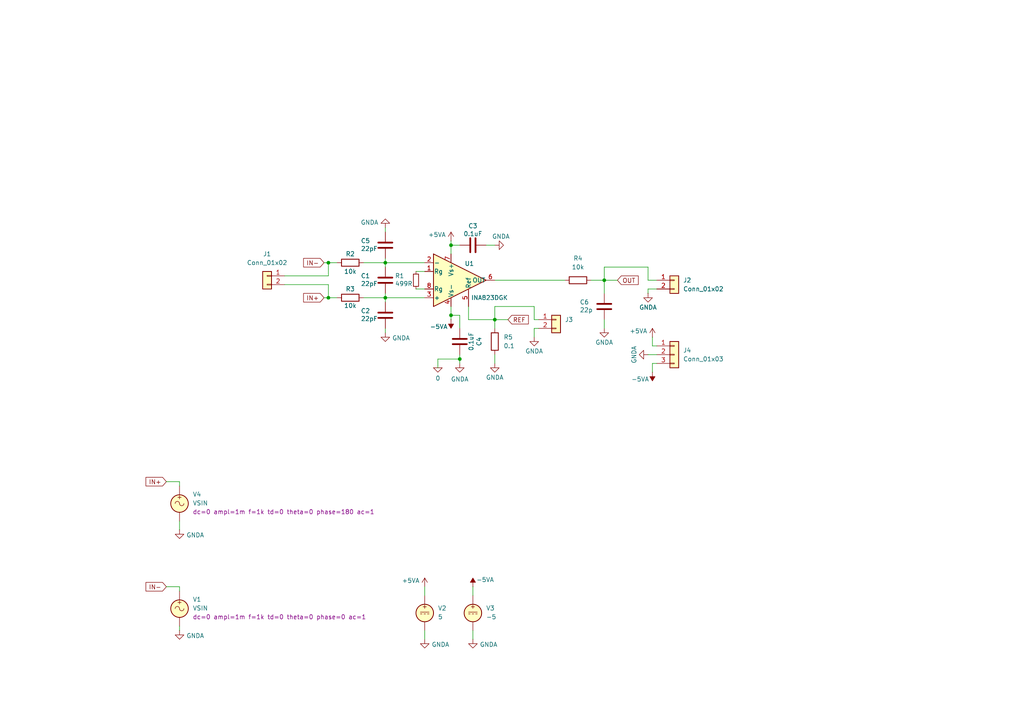
<source format=kicad_sch>
(kicad_sch
	(version 20231120)
	(generator "eeschema")
	(generator_version "8.0")
	(uuid "116c6102-656c-4f34-9d90-cdc49972514d")
	(paper "A4")
	(lib_symbols
		(symbol "Amplifier_Instrumentation:INA849DGK"
			(pin_names
				(offset 0.127)
			)
			(exclude_from_sim no)
			(in_bom yes)
			(on_board yes)
			(property "Reference" "U1"
				(at 5.334 4.826 0)
				(effects
					(font
						(size 1.27 1.27)
					)
				)
			)
			(property "Value" "INA823DGK"
				(at 11.176 -5.08 0)
				(effects
					(font
						(size 1.27 1.27)
					)
				)
			)
			(property "Footprint" "Package_SO:VSSOP-8_3x3mm_P0.65mm"
				(at 0.254 -27.432 0)
				(effects
					(font
						(size 1.27 1.27)
					)
					(hide yes)
				)
			)
			(property "Datasheet" "https://www.ti.com/lit/ds/symlink/ina849.pdf"
				(at 0.508 -29.972 0)
				(effects
					(font
						(size 1.27 1.27)
					)
					(hide yes)
				)
			)
			(property "Description" "Ultra-Low-Noise (1 nV/√Hz), 28 MHz Bandwidth, Instrumentation Amplifier, Supply Range 8V to 36V, VSSOP-8"
				(at 0 -24.892 0)
				(effects
					(font
						(size 1.27 1.27)
					)
					(hide yes)
				)
			)
			(property "Sim.Library" "C:\\Users\\gsmcu\\OneDrive\\Documents\\mykicad\\spicelib\\INA823.LIB"
				(at 0 0 0)
				(effects
					(font
						(size 1.27 1.27)
					)
					(hide yes)
				)
			)
			(property "Sim.Name" "INA823"
				(at 0 0 0)
				(effects
					(font
						(size 1.27 1.27)
					)
					(hide yes)
				)
			)
			(property "Sim.Device" "SUBCKT"
				(at 0 0 0)
				(effects
					(font
						(size 1.27 1.27)
					)
					(hide yes)
				)
			)
			(property "Sim.Pins" "1=RG+ 2=IN- 3=IN+ 4=VS- 5=REF 6=OUT 7=VS+ 8=RG-"
				(at 0 0 0)
				(effects
					(font
						(size 1.27 1.27)
					)
					(hide yes)
				)
			)
			(property "ki_keywords" "high-common-mode-rejection low-offset-drift low-gain-drift"
				(at 0 0 0)
				(effects
					(font
						(size 1.27 1.27)
					)
					(hide yes)
				)
			)
			(property "ki_fp_filters" "VSSOP*3x3mm*P0.65mm*"
				(at 0 0 0)
				(effects
					(font
						(size 1.27 1.27)
					)
					(hide yes)
				)
			)
			(symbol "INA849DGK_0_1"
				(polyline
					(pts
						(xy -5.08 7.62) (xy -5.08 -7.62) (xy 10.16 0) (xy -5.08 7.62)
					)
					(stroke
						(width 0.254)
						(type default)
					)
					(fill
						(type background)
					)
				)
			)
			(symbol "INA849DGK_1_1"
				(pin passive line
					(at -7.62 2.54 0)
					(length 2.54)
					(name "Rg"
						(effects
							(font
								(size 1.27 1.27)
							)
						)
					)
					(number "1"
						(effects
							(font
								(size 1.27 1.27)
							)
						)
					)
				)
				(pin input line
					(at -7.62 5.08 0)
					(length 2.54)
					(name "-"
						(effects
							(font
								(size 1.27 1.27)
							)
						)
					)
					(number "2"
						(effects
							(font
								(size 1.27 1.27)
							)
						)
					)
				)
				(pin input line
					(at -7.62 -5.08 0)
					(length 2.54)
					(name "+"
						(effects
							(font
								(size 1.27 1.27)
							)
						)
					)
					(number "3"
						(effects
							(font
								(size 1.27 1.27)
							)
						)
					)
				)
				(pin power_in line
					(at 0 -7.62 90)
					(length 2.54)
					(name "Vs-"
						(effects
							(font
								(size 1.27 1.27)
							)
						)
					)
					(number "4"
						(effects
							(font
								(size 1.27 1.27)
							)
						)
					)
				)
				(pin passive line
					(at 5.08 -7.62 90)
					(length 5.08)
					(name "Ref"
						(effects
							(font
								(size 1.27 1.27)
							)
						)
					)
					(number "5"
						(effects
							(font
								(size 1.27 1.27)
							)
						)
					)
				)
				(pin output line
					(at 12.7 0 180)
					(length 2.54)
					(name "OUT"
						(effects
							(font
								(size 1.27 1.27)
							)
						)
					)
					(number "6"
						(effects
							(font
								(size 1.27 1.27)
							)
						)
					)
				)
				(pin power_in line
					(at 0 7.62 270)
					(length 2.54)
					(name "Vs+"
						(effects
							(font
								(size 1.27 1.27)
							)
						)
					)
					(number "7"
						(effects
							(font
								(size 1.27 1.27)
							)
						)
					)
				)
				(pin passive line
					(at -7.62 -2.54 0)
					(length 2.54)
					(name "Rg"
						(effects
							(font
								(size 1.27 1.27)
							)
						)
					)
					(number "8"
						(effects
							(font
								(size 1.27 1.27)
							)
						)
					)
				)
			)
		)
		(symbol "Connector_Generic:Conn_01x02"
			(pin_names
				(offset 1.016) hide)
			(exclude_from_sim no)
			(in_bom yes)
			(on_board yes)
			(property "Reference" "J"
				(at 0 2.54 0)
				(effects
					(font
						(size 1.27 1.27)
					)
				)
			)
			(property "Value" "Conn_01x02"
				(at 0 -5.08 0)
				(effects
					(font
						(size 1.27 1.27)
					)
				)
			)
			(property "Footprint" ""
				(at 0 0 0)
				(effects
					(font
						(size 1.27 1.27)
					)
					(hide yes)
				)
			)
			(property "Datasheet" "~"
				(at 0 0 0)
				(effects
					(font
						(size 1.27 1.27)
					)
					(hide yes)
				)
			)
			(property "Description" "Generic connector, single row, 01x02, script generated (kicad-library-utils/schlib/autogen/connector/)"
				(at 0 0 0)
				(effects
					(font
						(size 1.27 1.27)
					)
					(hide yes)
				)
			)
			(property "ki_keywords" "connector"
				(at 0 0 0)
				(effects
					(font
						(size 1.27 1.27)
					)
					(hide yes)
				)
			)
			(property "ki_fp_filters" "Connector*:*_1x??_*"
				(at 0 0 0)
				(effects
					(font
						(size 1.27 1.27)
					)
					(hide yes)
				)
			)
			(symbol "Conn_01x02_1_1"
				(rectangle
					(start -1.27 -2.413)
					(end 0 -2.667)
					(stroke
						(width 0.1524)
						(type default)
					)
					(fill
						(type none)
					)
				)
				(rectangle
					(start -1.27 0.127)
					(end 0 -0.127)
					(stroke
						(width 0.1524)
						(type default)
					)
					(fill
						(type none)
					)
				)
				(rectangle
					(start -1.27 1.27)
					(end 1.27 -3.81)
					(stroke
						(width 0.254)
						(type default)
					)
					(fill
						(type background)
					)
				)
				(pin passive line
					(at -5.08 0 0)
					(length 3.81)
					(name "Pin_1"
						(effects
							(font
								(size 1.27 1.27)
							)
						)
					)
					(number "1"
						(effects
							(font
								(size 1.27 1.27)
							)
						)
					)
				)
				(pin passive line
					(at -5.08 -2.54 0)
					(length 3.81)
					(name "Pin_2"
						(effects
							(font
								(size 1.27 1.27)
							)
						)
					)
					(number "2"
						(effects
							(font
								(size 1.27 1.27)
							)
						)
					)
				)
			)
		)
		(symbol "Connector_Generic:Conn_01x03"
			(pin_names
				(offset 1.016) hide)
			(exclude_from_sim no)
			(in_bom yes)
			(on_board yes)
			(property "Reference" "J"
				(at 0 5.08 0)
				(effects
					(font
						(size 1.27 1.27)
					)
				)
			)
			(property "Value" "Conn_01x03"
				(at 0 -5.08 0)
				(effects
					(font
						(size 1.27 1.27)
					)
				)
			)
			(property "Footprint" ""
				(at 0 0 0)
				(effects
					(font
						(size 1.27 1.27)
					)
					(hide yes)
				)
			)
			(property "Datasheet" "~"
				(at 0 0 0)
				(effects
					(font
						(size 1.27 1.27)
					)
					(hide yes)
				)
			)
			(property "Description" "Generic connector, single row, 01x03, script generated (kicad-library-utils/schlib/autogen/connector/)"
				(at 0 0 0)
				(effects
					(font
						(size 1.27 1.27)
					)
					(hide yes)
				)
			)
			(property "ki_keywords" "connector"
				(at 0 0 0)
				(effects
					(font
						(size 1.27 1.27)
					)
					(hide yes)
				)
			)
			(property "ki_fp_filters" "Connector*:*_1x??_*"
				(at 0 0 0)
				(effects
					(font
						(size 1.27 1.27)
					)
					(hide yes)
				)
			)
			(symbol "Conn_01x03_1_1"
				(rectangle
					(start -1.27 -2.413)
					(end 0 -2.667)
					(stroke
						(width 0.1524)
						(type default)
					)
					(fill
						(type none)
					)
				)
				(rectangle
					(start -1.27 0.127)
					(end 0 -0.127)
					(stroke
						(width 0.1524)
						(type default)
					)
					(fill
						(type none)
					)
				)
				(rectangle
					(start -1.27 2.667)
					(end 0 2.413)
					(stroke
						(width 0.1524)
						(type default)
					)
					(fill
						(type none)
					)
				)
				(rectangle
					(start -1.27 3.81)
					(end 1.27 -3.81)
					(stroke
						(width 0.254)
						(type default)
					)
					(fill
						(type background)
					)
				)
				(pin passive line
					(at -5.08 2.54 0)
					(length 3.81)
					(name "Pin_1"
						(effects
							(font
								(size 1.27 1.27)
							)
						)
					)
					(number "1"
						(effects
							(font
								(size 1.27 1.27)
							)
						)
					)
				)
				(pin passive line
					(at -5.08 0 0)
					(length 3.81)
					(name "Pin_2"
						(effects
							(font
								(size 1.27 1.27)
							)
						)
					)
					(number "2"
						(effects
							(font
								(size 1.27 1.27)
							)
						)
					)
				)
				(pin passive line
					(at -5.08 -2.54 0)
					(length 3.81)
					(name "Pin_3"
						(effects
							(font
								(size 1.27 1.27)
							)
						)
					)
					(number "3"
						(effects
							(font
								(size 1.27 1.27)
							)
						)
					)
				)
			)
		)
		(symbol "Device:C"
			(pin_numbers hide)
			(pin_names
				(offset 0.254)
			)
			(exclude_from_sim no)
			(in_bom yes)
			(on_board yes)
			(property "Reference" "C"
				(at 0.635 2.54 0)
				(effects
					(font
						(size 1.27 1.27)
					)
					(justify left)
				)
			)
			(property "Value" "C"
				(at 0.635 -2.54 0)
				(effects
					(font
						(size 1.27 1.27)
					)
					(justify left)
				)
			)
			(property "Footprint" ""
				(at 0.9652 -3.81 0)
				(effects
					(font
						(size 1.27 1.27)
					)
					(hide yes)
				)
			)
			(property "Datasheet" "~"
				(at 0 0 0)
				(effects
					(font
						(size 1.27 1.27)
					)
					(hide yes)
				)
			)
			(property "Description" "Unpolarized capacitor"
				(at 0 0 0)
				(effects
					(font
						(size 1.27 1.27)
					)
					(hide yes)
				)
			)
			(property "ki_keywords" "cap capacitor"
				(at 0 0 0)
				(effects
					(font
						(size 1.27 1.27)
					)
					(hide yes)
				)
			)
			(property "ki_fp_filters" "C_*"
				(at 0 0 0)
				(effects
					(font
						(size 1.27 1.27)
					)
					(hide yes)
				)
			)
			(symbol "C_0_1"
				(polyline
					(pts
						(xy -2.032 -0.762) (xy 2.032 -0.762)
					)
					(stroke
						(width 0.508)
						(type default)
					)
					(fill
						(type none)
					)
				)
				(polyline
					(pts
						(xy -2.032 0.762) (xy 2.032 0.762)
					)
					(stroke
						(width 0.508)
						(type default)
					)
					(fill
						(type none)
					)
				)
			)
			(symbol "C_1_1"
				(pin passive line
					(at 0 3.81 270)
					(length 2.794)
					(name "~"
						(effects
							(font
								(size 1.27 1.27)
							)
						)
					)
					(number "1"
						(effects
							(font
								(size 1.27 1.27)
							)
						)
					)
				)
				(pin passive line
					(at 0 -3.81 90)
					(length 2.794)
					(name "~"
						(effects
							(font
								(size 1.27 1.27)
							)
						)
					)
					(number "2"
						(effects
							(font
								(size 1.27 1.27)
							)
						)
					)
				)
			)
		)
		(symbol "Device:R"
			(pin_numbers hide)
			(pin_names
				(offset 0)
			)
			(exclude_from_sim no)
			(in_bom yes)
			(on_board yes)
			(property "Reference" "R"
				(at 2.032 0 90)
				(effects
					(font
						(size 1.27 1.27)
					)
				)
			)
			(property "Value" "R"
				(at 0 0 90)
				(effects
					(font
						(size 1.27 1.27)
					)
				)
			)
			(property "Footprint" ""
				(at -1.778 0 90)
				(effects
					(font
						(size 1.27 1.27)
					)
					(hide yes)
				)
			)
			(property "Datasheet" "~"
				(at 0 0 0)
				(effects
					(font
						(size 1.27 1.27)
					)
					(hide yes)
				)
			)
			(property "Description" "Resistor"
				(at 0 0 0)
				(effects
					(font
						(size 1.27 1.27)
					)
					(hide yes)
				)
			)
			(property "ki_keywords" "R res resistor"
				(at 0 0 0)
				(effects
					(font
						(size 1.27 1.27)
					)
					(hide yes)
				)
			)
			(property "ki_fp_filters" "R_*"
				(at 0 0 0)
				(effects
					(font
						(size 1.27 1.27)
					)
					(hide yes)
				)
			)
			(symbol "R_0_1"
				(rectangle
					(start -1.016 -2.54)
					(end 1.016 2.54)
					(stroke
						(width 0.254)
						(type default)
					)
					(fill
						(type none)
					)
				)
			)
			(symbol "R_1_1"
				(pin passive line
					(at 0 3.81 270)
					(length 1.27)
					(name "~"
						(effects
							(font
								(size 1.27 1.27)
							)
						)
					)
					(number "1"
						(effects
							(font
								(size 1.27 1.27)
							)
						)
					)
				)
				(pin passive line
					(at 0 -3.81 90)
					(length 1.27)
					(name "~"
						(effects
							(font
								(size 1.27 1.27)
							)
						)
					)
					(number "2"
						(effects
							(font
								(size 1.27 1.27)
							)
						)
					)
				)
			)
		)
		(symbol "Device:R_Small"
			(pin_numbers hide)
			(pin_names
				(offset 0.254) hide)
			(exclude_from_sim no)
			(in_bom yes)
			(on_board yes)
			(property "Reference" "R"
				(at 0.762 0.508 0)
				(effects
					(font
						(size 1.27 1.27)
					)
					(justify left)
				)
			)
			(property "Value" "R_Small"
				(at 0.762 -1.016 0)
				(effects
					(font
						(size 1.27 1.27)
					)
					(justify left)
				)
			)
			(property "Footprint" ""
				(at 0 0 0)
				(effects
					(font
						(size 1.27 1.27)
					)
					(hide yes)
				)
			)
			(property "Datasheet" "~"
				(at 0 0 0)
				(effects
					(font
						(size 1.27 1.27)
					)
					(hide yes)
				)
			)
			(property "Description" "Resistor, small symbol"
				(at 0 0 0)
				(effects
					(font
						(size 1.27 1.27)
					)
					(hide yes)
				)
			)
			(property "ki_keywords" "R resistor"
				(at 0 0 0)
				(effects
					(font
						(size 1.27 1.27)
					)
					(hide yes)
				)
			)
			(property "ki_fp_filters" "R_*"
				(at 0 0 0)
				(effects
					(font
						(size 1.27 1.27)
					)
					(hide yes)
				)
			)
			(symbol "R_Small_0_1"
				(rectangle
					(start -0.762 1.778)
					(end 0.762 -1.778)
					(stroke
						(width 0.2032)
						(type default)
					)
					(fill
						(type none)
					)
				)
			)
			(symbol "R_Small_1_1"
				(pin passive line
					(at 0 2.54 270)
					(length 0.762)
					(name "~"
						(effects
							(font
								(size 1.27 1.27)
							)
						)
					)
					(number "1"
						(effects
							(font
								(size 1.27 1.27)
							)
						)
					)
				)
				(pin passive line
					(at 0 -2.54 90)
					(length 0.762)
					(name "~"
						(effects
							(font
								(size 1.27 1.27)
							)
						)
					)
					(number "2"
						(effects
							(font
								(size 1.27 1.27)
							)
						)
					)
				)
			)
		)
		(symbol "Simulation_SPICE:0"
			(power)
			(pin_numbers hide)
			(pin_names
				(offset 0) hide)
			(exclude_from_sim no)
			(in_bom yes)
			(on_board yes)
			(property "Reference" "#GND"
				(at 0 -5.08 0)
				(effects
					(font
						(size 1.27 1.27)
					)
					(hide yes)
				)
			)
			(property "Value" "0"
				(at 0 -2.54 0)
				(effects
					(font
						(size 1.27 1.27)
					)
				)
			)
			(property "Footprint" ""
				(at 0 0 0)
				(effects
					(font
						(size 1.27 1.27)
					)
					(hide yes)
				)
			)
			(property "Datasheet" "https://ngspice.sourceforge.io/docs/ngspice-html-manual/manual.xhtml#subsec_Circuit_elements__device"
				(at 0 -10.16 0)
				(effects
					(font
						(size 1.27 1.27)
					)
					(hide yes)
				)
			)
			(property "Description" "0V reference potential for simulation"
				(at 0 -7.62 0)
				(effects
					(font
						(size 1.27 1.27)
					)
					(hide yes)
				)
			)
			(property "ki_keywords" "simulation"
				(at 0 0 0)
				(effects
					(font
						(size 1.27 1.27)
					)
					(hide yes)
				)
			)
			(symbol "0_0_1"
				(polyline
					(pts
						(xy -1.27 0) (xy 0 -1.27) (xy 1.27 0) (xy -1.27 0)
					)
					(stroke
						(width 0)
						(type default)
					)
					(fill
						(type none)
					)
				)
			)
			(symbol "0_1_1"
				(pin power_in line
					(at 0 0 0)
					(length 0)
					(name "~"
						(effects
							(font
								(size 1.016 1.016)
							)
						)
					)
					(number "1"
						(effects
							(font
								(size 1.016 1.016)
							)
						)
					)
				)
			)
		)
		(symbol "Simulation_SPICE:VDC"
			(pin_numbers hide)
			(pin_names
				(offset 0.0254)
			)
			(exclude_from_sim no)
			(in_bom yes)
			(on_board yes)
			(property "Reference" "V"
				(at 2.54 2.54 0)
				(effects
					(font
						(size 1.27 1.27)
					)
					(justify left)
				)
			)
			(property "Value" "1"
				(at 2.54 0 0)
				(effects
					(font
						(size 1.27 1.27)
					)
					(justify left)
				)
			)
			(property "Footprint" ""
				(at 0 0 0)
				(effects
					(font
						(size 1.27 1.27)
					)
					(hide yes)
				)
			)
			(property "Datasheet" "https://ngspice.sourceforge.io/docs/ngspice-html-manual/manual.xhtml#sec_Independent_Sources_for"
				(at 0 0 0)
				(effects
					(font
						(size 1.27 1.27)
					)
					(hide yes)
				)
			)
			(property "Description" "Voltage source, DC"
				(at 0 0 0)
				(effects
					(font
						(size 1.27 1.27)
					)
					(hide yes)
				)
			)
			(property "Sim.Pins" "1=+ 2=-"
				(at 0 0 0)
				(effects
					(font
						(size 1.27 1.27)
					)
					(hide yes)
				)
			)
			(property "Sim.Type" "DC"
				(at 0 0 0)
				(effects
					(font
						(size 1.27 1.27)
					)
					(hide yes)
				)
			)
			(property "Sim.Device" "V"
				(at 0 0 0)
				(effects
					(font
						(size 1.27 1.27)
					)
					(justify left)
					(hide yes)
				)
			)
			(property "ki_keywords" "simulation"
				(at 0 0 0)
				(effects
					(font
						(size 1.27 1.27)
					)
					(hide yes)
				)
			)
			(symbol "VDC_0_0"
				(polyline
					(pts
						(xy -1.27 0.254) (xy 1.27 0.254)
					)
					(stroke
						(width 0)
						(type default)
					)
					(fill
						(type none)
					)
				)
				(polyline
					(pts
						(xy -0.762 -0.254) (xy -1.27 -0.254)
					)
					(stroke
						(width 0)
						(type default)
					)
					(fill
						(type none)
					)
				)
				(polyline
					(pts
						(xy 0.254 -0.254) (xy -0.254 -0.254)
					)
					(stroke
						(width 0)
						(type default)
					)
					(fill
						(type none)
					)
				)
				(polyline
					(pts
						(xy 1.27 -0.254) (xy 0.762 -0.254)
					)
					(stroke
						(width 0)
						(type default)
					)
					(fill
						(type none)
					)
				)
				(text "+"
					(at 0 1.905 0)
					(effects
						(font
							(size 1.27 1.27)
						)
					)
				)
			)
			(symbol "VDC_0_1"
				(circle
					(center 0 0)
					(radius 2.54)
					(stroke
						(width 0.254)
						(type default)
					)
					(fill
						(type background)
					)
				)
			)
			(symbol "VDC_1_1"
				(pin passive line
					(at 0 5.08 270)
					(length 2.54)
					(name "~"
						(effects
							(font
								(size 1.27 1.27)
							)
						)
					)
					(number "1"
						(effects
							(font
								(size 1.27 1.27)
							)
						)
					)
				)
				(pin passive line
					(at 0 -5.08 90)
					(length 2.54)
					(name "~"
						(effects
							(font
								(size 1.27 1.27)
							)
						)
					)
					(number "2"
						(effects
							(font
								(size 1.27 1.27)
							)
						)
					)
				)
			)
		)
		(symbol "Simulation_SPICE:VSIN"
			(pin_numbers hide)
			(pin_names
				(offset 0.0254)
			)
			(exclude_from_sim no)
			(in_bom yes)
			(on_board yes)
			(property "Reference" "V"
				(at 2.54 2.54 0)
				(effects
					(font
						(size 1.27 1.27)
					)
					(justify left)
				)
			)
			(property "Value" "VSIN"
				(at 2.54 0 0)
				(effects
					(font
						(size 1.27 1.27)
					)
					(justify left)
				)
			)
			(property "Footprint" ""
				(at 0 0 0)
				(effects
					(font
						(size 1.27 1.27)
					)
					(hide yes)
				)
			)
			(property "Datasheet" "https://ngspice.sourceforge.io/docs/ngspice-html-manual/manual.xhtml#sec_Independent_Sources_for"
				(at 0 0 0)
				(effects
					(font
						(size 1.27 1.27)
					)
					(hide yes)
				)
			)
			(property "Description" "Voltage source, sinusoidal"
				(at 0 0 0)
				(effects
					(font
						(size 1.27 1.27)
					)
					(hide yes)
				)
			)
			(property "Sim.Pins" "1=+ 2=-"
				(at 0 0 0)
				(effects
					(font
						(size 1.27 1.27)
					)
					(hide yes)
				)
			)
			(property "Sim.Params" "dc=0 ampl=1 f=1k ac=1"
				(at 2.54 -2.54 0)
				(effects
					(font
						(size 1.27 1.27)
					)
					(justify left)
				)
			)
			(property "Sim.Type" "SIN"
				(at 0 0 0)
				(effects
					(font
						(size 1.27 1.27)
					)
					(hide yes)
				)
			)
			(property "Sim.Device" "V"
				(at 0 0 0)
				(effects
					(font
						(size 1.27 1.27)
					)
					(justify left)
					(hide yes)
				)
			)
			(property "ki_keywords" "simulation ac vac"
				(at 0 0 0)
				(effects
					(font
						(size 1.27 1.27)
					)
					(hide yes)
				)
			)
			(symbol "VSIN_0_0"
				(arc
					(start 0 0)
					(mid -0.635 0.6323)
					(end -1.27 0)
					(stroke
						(width 0)
						(type default)
					)
					(fill
						(type none)
					)
				)
				(arc
					(start 0 0)
					(mid 0.635 -0.6323)
					(end 1.27 0)
					(stroke
						(width 0)
						(type default)
					)
					(fill
						(type none)
					)
				)
				(text "+"
					(at 0 1.905 0)
					(effects
						(font
							(size 1.27 1.27)
						)
					)
				)
			)
			(symbol "VSIN_0_1"
				(circle
					(center 0 0)
					(radius 2.54)
					(stroke
						(width 0.254)
						(type default)
					)
					(fill
						(type background)
					)
				)
			)
			(symbol "VSIN_1_1"
				(pin passive line
					(at 0 5.08 270)
					(length 2.54)
					(name "~"
						(effects
							(font
								(size 1.27 1.27)
							)
						)
					)
					(number "1"
						(effects
							(font
								(size 1.27 1.27)
							)
						)
					)
				)
				(pin passive line
					(at 0 -5.08 90)
					(length 2.54)
					(name "~"
						(effects
							(font
								(size 1.27 1.27)
							)
						)
					)
					(number "2"
						(effects
							(font
								(size 1.27 1.27)
							)
						)
					)
				)
			)
		)
		(symbol "power:+5VA"
			(power)
			(pin_numbers hide)
			(pin_names
				(offset 0) hide)
			(exclude_from_sim no)
			(in_bom yes)
			(on_board yes)
			(property "Reference" "#PWR"
				(at 0 -3.81 0)
				(effects
					(font
						(size 1.27 1.27)
					)
					(hide yes)
				)
			)
			(property "Value" "+5VA"
				(at 0 3.556 0)
				(effects
					(font
						(size 1.27 1.27)
					)
				)
			)
			(property "Footprint" ""
				(at 0 0 0)
				(effects
					(font
						(size 1.27 1.27)
					)
					(hide yes)
				)
			)
			(property "Datasheet" ""
				(at 0 0 0)
				(effects
					(font
						(size 1.27 1.27)
					)
					(hide yes)
				)
			)
			(property "Description" "Power symbol creates a global label with name \"+5VA\""
				(at 0 0 0)
				(effects
					(font
						(size 1.27 1.27)
					)
					(hide yes)
				)
			)
			(property "ki_keywords" "global power"
				(at 0 0 0)
				(effects
					(font
						(size 1.27 1.27)
					)
					(hide yes)
				)
			)
			(symbol "+5VA_0_1"
				(polyline
					(pts
						(xy -0.762 1.27) (xy 0 2.54)
					)
					(stroke
						(width 0)
						(type default)
					)
					(fill
						(type none)
					)
				)
				(polyline
					(pts
						(xy 0 0) (xy 0 2.54)
					)
					(stroke
						(width 0)
						(type default)
					)
					(fill
						(type none)
					)
				)
				(polyline
					(pts
						(xy 0 2.54) (xy 0.762 1.27)
					)
					(stroke
						(width 0)
						(type default)
					)
					(fill
						(type none)
					)
				)
			)
			(symbol "+5VA_1_1"
				(pin power_in line
					(at 0 0 90)
					(length 0)
					(name "~"
						(effects
							(font
								(size 1.27 1.27)
							)
						)
					)
					(number "1"
						(effects
							(font
								(size 1.27 1.27)
							)
						)
					)
				)
			)
		)
		(symbol "power:-5VA"
			(power)
			(pin_numbers hide)
			(pin_names
				(offset 0) hide)
			(exclude_from_sim no)
			(in_bom yes)
			(on_board yes)
			(property "Reference" "#PWR"
				(at 0 -3.81 0)
				(effects
					(font
						(size 1.27 1.27)
					)
					(hide yes)
				)
			)
			(property "Value" "-5VA"
				(at 0 3.556 0)
				(effects
					(font
						(size 1.27 1.27)
					)
				)
			)
			(property "Footprint" ""
				(at 0 0 0)
				(effects
					(font
						(size 1.27 1.27)
					)
					(hide yes)
				)
			)
			(property "Datasheet" ""
				(at 0 0 0)
				(effects
					(font
						(size 1.27 1.27)
					)
					(hide yes)
				)
			)
			(property "Description" "Power symbol creates a global label with name \"-5VA\""
				(at 0 0 0)
				(effects
					(font
						(size 1.27 1.27)
					)
					(hide yes)
				)
			)
			(property "ki_keywords" "global power"
				(at 0 0 0)
				(effects
					(font
						(size 1.27 1.27)
					)
					(hide yes)
				)
			)
			(symbol "-5VA_0_0"
				(pin power_in line
					(at 0 0 90)
					(length 0)
					(name "~"
						(effects
							(font
								(size 1.27 1.27)
							)
						)
					)
					(number "1"
						(effects
							(font
								(size 1.27 1.27)
							)
						)
					)
				)
			)
			(symbol "-5VA_0_1"
				(polyline
					(pts
						(xy 0 0) (xy 0 1.27) (xy 0.762 1.27) (xy 0 2.54) (xy -0.762 1.27) (xy 0 1.27)
					)
					(stroke
						(width 0)
						(type default)
					)
					(fill
						(type outline)
					)
				)
			)
		)
		(symbol "power:GNDA"
			(power)
			(pin_numbers hide)
			(pin_names
				(offset 0) hide)
			(exclude_from_sim no)
			(in_bom yes)
			(on_board yes)
			(property "Reference" "#PWR"
				(at 0 -6.35 0)
				(effects
					(font
						(size 1.27 1.27)
					)
					(hide yes)
				)
			)
			(property "Value" "GNDA"
				(at 0 -3.81 0)
				(effects
					(font
						(size 1.27 1.27)
					)
				)
			)
			(property "Footprint" ""
				(at 0 0 0)
				(effects
					(font
						(size 1.27 1.27)
					)
					(hide yes)
				)
			)
			(property "Datasheet" ""
				(at 0 0 0)
				(effects
					(font
						(size 1.27 1.27)
					)
					(hide yes)
				)
			)
			(property "Description" "Power symbol creates a global label with name \"GNDA\" , analog ground"
				(at 0 0 0)
				(effects
					(font
						(size 1.27 1.27)
					)
					(hide yes)
				)
			)
			(property "ki_keywords" "global power"
				(at 0 0 0)
				(effects
					(font
						(size 1.27 1.27)
					)
					(hide yes)
				)
			)
			(symbol "GNDA_0_1"
				(polyline
					(pts
						(xy 0 0) (xy 0 -1.27) (xy 1.27 -1.27) (xy 0 -2.54) (xy -1.27 -1.27) (xy 0 -1.27)
					)
					(stroke
						(width 0)
						(type default)
					)
					(fill
						(type none)
					)
				)
			)
			(symbol "GNDA_1_1"
				(pin power_in line
					(at 0 0 270)
					(length 0)
					(name "~"
						(effects
							(font
								(size 1.27 1.27)
							)
						)
					)
					(number "1"
						(effects
							(font
								(size 1.27 1.27)
							)
						)
					)
				)
			)
		)
	)
	(junction
		(at 111.76 86.36)
		(diameter 0)
		(color 0 0 0 0)
		(uuid "2d9d9dcd-1e63-4c40-9a41-bd500ab99044")
	)
	(junction
		(at 95.25 86.36)
		(diameter 0)
		(color 0 0 0 0)
		(uuid "314d3595-541b-4c4a-ad2b-8d70aa274f2f")
	)
	(junction
		(at 130.81 71.12)
		(diameter 0)
		(color 0 0 0 0)
		(uuid "69dd234c-0ff2-4742-817e-8948a29d959a")
	)
	(junction
		(at 111.76 76.2)
		(diameter 0)
		(color 0 0 0 0)
		(uuid "6e88a30b-6052-4197-822b-7b267b9b3356")
	)
	(junction
		(at 175.26 81.28)
		(diameter 0)
		(color 0 0 0 0)
		(uuid "9311d3e7-b6f1-46eb-b981-436e16ab7e63")
	)
	(junction
		(at 133.35 104.14)
		(diameter 0)
		(color 0 0 0 0)
		(uuid "b0e7bab0-d227-435f-bd66-899d4e79716f")
	)
	(junction
		(at 95.25 76.2)
		(diameter 0)
		(color 0 0 0 0)
		(uuid "c297c639-adb0-4367-8b85-623d1681734d")
	)
	(junction
		(at 143.51 92.71)
		(diameter 0)
		(color 0 0 0 0)
		(uuid "ea701c70-35de-43f0-8421-8c3ec2e8c35e")
	)
	(junction
		(at 130.81 91.44)
		(diameter 0)
		(color 0 0 0 0)
		(uuid "ff8ae9fb-243f-4bf6-9a52-bfeffac02453")
	)
	(wire
		(pts
			(xy 135.89 92.71) (xy 143.51 92.71)
		)
		(stroke
			(width 0)
			(type default)
		)
		(uuid "05b0afea-b911-40e7-ae90-a604b111b564")
	)
	(wire
		(pts
			(xy 105.41 76.2) (xy 111.76 76.2)
		)
		(stroke
			(width 0)
			(type default)
		)
		(uuid "147f3e34-ecea-4441-ae63-0935d5edaf4a")
	)
	(wire
		(pts
			(xy 154.94 92.71) (xy 154.94 88.9)
		)
		(stroke
			(width 0)
			(type default)
		)
		(uuid "1932fdf9-4d2e-4dc9-8a21-949a34d65879")
	)
	(wire
		(pts
			(xy 48.26 139.7) (xy 52.07 139.7)
		)
		(stroke
			(width 0)
			(type default)
		)
		(uuid "1e23d3b7-3f46-47cc-999d-40744d306ffc")
	)
	(wire
		(pts
			(xy 137.16 182.88) (xy 137.16 185.42)
		)
		(stroke
			(width 0)
			(type default)
		)
		(uuid "20ff8e03-0d75-4346-86d5-c9501e56b76b")
	)
	(wire
		(pts
			(xy 95.25 76.2) (xy 97.79 76.2)
		)
		(stroke
			(width 0)
			(type default)
		)
		(uuid "2171a8a4-0e27-4642-b0dd-3286496c0fae")
	)
	(wire
		(pts
			(xy 130.81 91.44) (xy 133.35 91.44)
		)
		(stroke
			(width 0)
			(type default)
		)
		(uuid "265f3983-533a-479e-afea-001e318579a6")
	)
	(wire
		(pts
			(xy 95.25 82.55) (xy 95.25 86.36)
		)
		(stroke
			(width 0)
			(type default)
		)
		(uuid "27b62c55-7b46-420b-b660-0b659926b2d5")
	)
	(wire
		(pts
			(xy 171.45 81.28) (xy 175.26 81.28)
		)
		(stroke
			(width 0)
			(type default)
		)
		(uuid "28a5ef07-ba4f-491b-8bb9-5536a96d125d")
	)
	(wire
		(pts
			(xy 111.76 85.09) (xy 111.76 86.36)
		)
		(stroke
			(width 0)
			(type default)
		)
		(uuid "29bcddd4-859f-4e57-af82-facbbd439d0f")
	)
	(wire
		(pts
			(xy 52.07 139.7) (xy 52.07 140.97)
		)
		(stroke
			(width 0)
			(type default)
		)
		(uuid "2b6dae6f-4105-41a1-ac20-d2d7d554fb32")
	)
	(wire
		(pts
			(xy 93.98 86.36) (xy 95.25 86.36)
		)
		(stroke
			(width 0)
			(type default)
		)
		(uuid "2e0df61f-022b-4675-afd2-d832b9283634")
	)
	(wire
		(pts
			(xy 95.25 80.01) (xy 95.25 76.2)
		)
		(stroke
			(width 0)
			(type default)
		)
		(uuid "2e8231c3-87ba-42fd-bd3d-32939c2f4f2e")
	)
	(wire
		(pts
			(xy 111.76 66.04) (xy 111.76 67.31)
		)
		(stroke
			(width 0)
			(type default)
		)
		(uuid "2fb8010d-3f1f-4707-81b6-63b2881b3c3d")
	)
	(wire
		(pts
			(xy 137.16 170.18) (xy 137.16 172.72)
		)
		(stroke
			(width 0)
			(type default)
		)
		(uuid "30359649-494f-4e49-abe7-4e4c4211326e")
	)
	(wire
		(pts
			(xy 105.41 86.36) (xy 111.76 86.36)
		)
		(stroke
			(width 0)
			(type default)
		)
		(uuid "31cc2c1c-f645-404b-8666-f0585931644c")
	)
	(wire
		(pts
			(xy 123.19 170.18) (xy 123.19 172.72)
		)
		(stroke
			(width 0)
			(type default)
		)
		(uuid "3431dc9b-1380-4cbd-933d-9f397d5089dc")
	)
	(wire
		(pts
			(xy 130.81 71.12) (xy 133.35 71.12)
		)
		(stroke
			(width 0)
			(type default)
		)
		(uuid "37cf6d89-e0c1-4007-bd18-9040d4c536ee")
	)
	(wire
		(pts
			(xy 127 106.68) (xy 127 104.14)
		)
		(stroke
			(width 0)
			(type default)
		)
		(uuid "398f068c-23b3-4654-a842-e878d896a43b")
	)
	(wire
		(pts
			(xy 133.35 104.14) (xy 133.35 105.41)
		)
		(stroke
			(width 0)
			(type default)
		)
		(uuid "3faee4b0-e67d-48f7-a328-bb708feb8e81")
	)
	(wire
		(pts
			(xy 130.81 71.12) (xy 130.81 73.66)
		)
		(stroke
			(width 0)
			(type default)
		)
		(uuid "4c12c5a5-cccf-497b-b5da-df88e6f18fcf")
	)
	(wire
		(pts
			(xy 130.81 69.85) (xy 130.81 71.12)
		)
		(stroke
			(width 0)
			(type default)
		)
		(uuid "4f1ec2d8-1879-4d3e-afd8-63c3dc0bb8f3")
	)
	(wire
		(pts
			(xy 143.51 88.9) (xy 143.51 92.71)
		)
		(stroke
			(width 0)
			(type default)
		)
		(uuid "544ba422-06c2-4ba7-9d83-38d64420563e")
	)
	(wire
		(pts
			(xy 187.96 83.82) (xy 187.96 85.09)
		)
		(stroke
			(width 0)
			(type default)
		)
		(uuid "5abb3d12-0f51-473d-a3c8-e9c73920b463")
	)
	(wire
		(pts
			(xy 175.26 81.28) (xy 175.26 85.09)
		)
		(stroke
			(width 0)
			(type default)
		)
		(uuid "5bb138ae-6f31-4f6a-821e-4e35b273ca8e")
	)
	(wire
		(pts
			(xy 111.76 74.93) (xy 111.76 76.2)
		)
		(stroke
			(width 0)
			(type default)
		)
		(uuid "5e304b3d-6028-429d-96a7-c4199b452ef5")
	)
	(wire
		(pts
			(xy 190.5 83.82) (xy 187.96 83.82)
		)
		(stroke
			(width 0)
			(type default)
		)
		(uuid "60ee02f6-e525-4474-8d1a-a8c56e4d88e3")
	)
	(wire
		(pts
			(xy 143.51 92.71) (xy 143.51 95.25)
		)
		(stroke
			(width 0)
			(type default)
		)
		(uuid "637a8e8b-85ea-481f-92a3-a4e35ca59397")
	)
	(wire
		(pts
			(xy 187.96 102.87) (xy 190.5 102.87)
		)
		(stroke
			(width 0)
			(type default)
		)
		(uuid "65b95597-a28e-43bc-973a-5904c4216b36")
	)
	(wire
		(pts
			(xy 82.55 80.01) (xy 95.25 80.01)
		)
		(stroke
			(width 0)
			(type default)
		)
		(uuid "68d05990-4af8-4a6a-83ad-c7fd6f8ed082")
	)
	(wire
		(pts
			(xy 52.07 181.61) (xy 52.07 182.88)
		)
		(stroke
			(width 0)
			(type default)
		)
		(uuid "6a4a1eb5-94b7-40ce-99ef-27d23f250a01")
	)
	(wire
		(pts
			(xy 52.07 170.18) (xy 52.07 171.45)
		)
		(stroke
			(width 0)
			(type default)
		)
		(uuid "6b0cb4a7-2cce-4759-870f-86d5278a9905")
	)
	(wire
		(pts
			(xy 175.26 92.71) (xy 175.26 95.25)
		)
		(stroke
			(width 0)
			(type default)
		)
		(uuid "717eb974-9593-4d55-8311-3b34b3f5b353")
	)
	(wire
		(pts
			(xy 52.07 151.13) (xy 52.07 153.67)
		)
		(stroke
			(width 0)
			(type default)
		)
		(uuid "728907f3-d904-413d-b712-c86f734a1a00")
	)
	(wire
		(pts
			(xy 111.76 95.25) (xy 111.76 96.52)
		)
		(stroke
			(width 0)
			(type default)
		)
		(uuid "78cae787-b13d-4989-bb1f-093b4f66c61f")
	)
	(wire
		(pts
			(xy 143.51 102.87) (xy 143.51 105.41)
		)
		(stroke
			(width 0)
			(type default)
		)
		(uuid "7d7f06f8-9dca-47a6-a79c-c8a8893c150b")
	)
	(wire
		(pts
			(xy 187.96 77.47) (xy 175.26 77.47)
		)
		(stroke
			(width 0)
			(type default)
		)
		(uuid "7ea16613-ebc8-4482-a86d-8e1f98a1054c")
	)
	(wire
		(pts
			(xy 127 104.14) (xy 133.35 104.14)
		)
		(stroke
			(width 0)
			(type default)
		)
		(uuid "7faf93da-ca64-4ad8-b421-dc1532b6c6ec")
	)
	(wire
		(pts
			(xy 82.55 82.55) (xy 95.25 82.55)
		)
		(stroke
			(width 0)
			(type default)
		)
		(uuid "888f1b0d-d9ae-45e6-821a-cf9a15ff777e")
	)
	(wire
		(pts
			(xy 133.35 91.44) (xy 133.35 95.25)
		)
		(stroke
			(width 0)
			(type default)
		)
		(uuid "96d1b204-341d-4f59-bcbb-d76fcbd6a7b7")
	)
	(wire
		(pts
			(xy 140.97 71.12) (xy 143.51 71.12)
		)
		(stroke
			(width 0)
			(type default)
		)
		(uuid "9b9bd55f-df60-4c55-82d9-58b8adbe08c8")
	)
	(wire
		(pts
			(xy 143.51 92.71) (xy 147.32 92.71)
		)
		(stroke
			(width 0)
			(type default)
		)
		(uuid "9cdc2c2f-9ab9-4954-8924-d587abe5b1b7")
	)
	(wire
		(pts
			(xy 190.5 81.28) (xy 187.96 81.28)
		)
		(stroke
			(width 0)
			(type default)
		)
		(uuid "9eb05765-754c-4e73-bf32-7f973e74373d")
	)
	(wire
		(pts
			(xy 111.76 76.2) (xy 123.19 76.2)
		)
		(stroke
			(width 0)
			(type default)
		)
		(uuid "a02a10af-948d-4693-895f-fd3ea29b4513")
	)
	(wire
		(pts
			(xy 111.76 76.2) (xy 111.76 77.47)
		)
		(stroke
			(width 0)
			(type default)
		)
		(uuid "a57fbece-f51b-48f9-b1e6-940e8fd02e9e")
	)
	(wire
		(pts
			(xy 93.98 76.2) (xy 95.25 76.2)
		)
		(stroke
			(width 0)
			(type default)
		)
		(uuid "a61184ce-e8a3-4dbf-a279-4b806177b3d4")
	)
	(wire
		(pts
			(xy 48.26 170.18) (xy 52.07 170.18)
		)
		(stroke
			(width 0)
			(type default)
		)
		(uuid "a9cd4881-59e2-4096-b45c-62f92e6515f4")
	)
	(wire
		(pts
			(xy 130.81 91.44) (xy 130.81 92.71)
		)
		(stroke
			(width 0)
			(type default)
		)
		(uuid "ad01f871-b11f-4587-9753-1619e6345e7a")
	)
	(wire
		(pts
			(xy 111.76 86.36) (xy 111.76 87.63)
		)
		(stroke
			(width 0)
			(type default)
		)
		(uuid "afbf10a3-1fe5-414a-b9d6-9be3c6b9dce9")
	)
	(wire
		(pts
			(xy 135.89 92.71) (xy 135.89 88.9)
		)
		(stroke
			(width 0)
			(type default)
		)
		(uuid "b9aa8f71-180f-493c-a086-d3e41a666a98")
	)
	(wire
		(pts
			(xy 175.26 81.28) (xy 179.07 81.28)
		)
		(stroke
			(width 0)
			(type default)
		)
		(uuid "c13588e6-27b3-4f75-951f-e6545ab0084c")
	)
	(wire
		(pts
			(xy 123.19 182.88) (xy 123.19 185.42)
		)
		(stroke
			(width 0)
			(type default)
		)
		(uuid "c225513d-7883-4cb2-9c84-7e1995dd0ae1")
	)
	(wire
		(pts
			(xy 190.5 105.41) (xy 189.23 105.41)
		)
		(stroke
			(width 0)
			(type default)
		)
		(uuid "c29ff168-b1fd-48a4-92af-643d7ba0389a")
	)
	(wire
		(pts
			(xy 143.51 81.28) (xy 163.83 81.28)
		)
		(stroke
			(width 0)
			(type default)
		)
		(uuid "c341faba-d8a5-49b7-8ee3-9ceba29c2301")
	)
	(wire
		(pts
			(xy 189.23 97.79) (xy 189.23 100.33)
		)
		(stroke
			(width 0)
			(type default)
		)
		(uuid "c558a2b4-b0dc-4a9e-b755-2ed9550efaf0")
	)
	(wire
		(pts
			(xy 187.96 81.28) (xy 187.96 77.47)
		)
		(stroke
			(width 0)
			(type default)
		)
		(uuid "d5356229-4ffe-4a9e-bf08-895ba342484f")
	)
	(wire
		(pts
			(xy 95.25 86.36) (xy 97.79 86.36)
		)
		(stroke
			(width 0)
			(type default)
		)
		(uuid "d77c3ebc-6867-4045-806f-e903df11c633")
	)
	(wire
		(pts
			(xy 175.26 77.47) (xy 175.26 81.28)
		)
		(stroke
			(width 0)
			(type default)
		)
		(uuid "d9500c06-481b-446d-b5e9-859ef4e2efab")
	)
	(wire
		(pts
			(xy 120.65 78.74) (xy 123.19 78.74)
		)
		(stroke
			(width 0)
			(type default)
		)
		(uuid "de32a681-2930-4ab2-abd5-c4a037430e0f")
	)
	(wire
		(pts
			(xy 156.21 92.71) (xy 154.94 92.71)
		)
		(stroke
			(width 0)
			(type default)
		)
		(uuid "e2e0bcbe-9da2-469e-95cb-98fdef81bcea")
	)
	(wire
		(pts
			(xy 130.81 88.9) (xy 130.81 91.44)
		)
		(stroke
			(width 0)
			(type default)
		)
		(uuid "e34e05e0-5218-4e2c-934f-2ed3d2307d92")
	)
	(wire
		(pts
			(xy 154.94 88.9) (xy 143.51 88.9)
		)
		(stroke
			(width 0)
			(type default)
		)
		(uuid "e78a7e85-361c-4749-8c44-efa4811d95d6")
	)
	(wire
		(pts
			(xy 156.21 95.25) (xy 154.94 95.25)
		)
		(stroke
			(width 0)
			(type default)
		)
		(uuid "eac39733-5c51-46b0-a594-92870775ccf2")
	)
	(wire
		(pts
			(xy 154.94 95.25) (xy 154.94 97.79)
		)
		(stroke
			(width 0)
			(type default)
		)
		(uuid "edcd12ea-11d3-4015-8878-51e6f6d6f944")
	)
	(wire
		(pts
			(xy 189.23 105.41) (xy 189.23 107.95)
		)
		(stroke
			(width 0)
			(type default)
		)
		(uuid "ef6744f6-c680-4d82-bac0-310175d8dd74")
	)
	(wire
		(pts
			(xy 120.65 83.82) (xy 123.19 83.82)
		)
		(stroke
			(width 0)
			(type default)
		)
		(uuid "f5cd4b2e-3a3e-4f37-ae03-a0452e10ed86")
	)
	(wire
		(pts
			(xy 133.35 102.87) (xy 133.35 104.14)
		)
		(stroke
			(width 0)
			(type default)
		)
		(uuid "fa354216-cc13-4bc7-8942-62c25b5a19d6")
	)
	(wire
		(pts
			(xy 189.23 100.33) (xy 190.5 100.33)
		)
		(stroke
			(width 0)
			(type default)
		)
		(uuid "faced658-5a91-4379-9770-22eb77403dbf")
	)
	(wire
		(pts
			(xy 111.76 86.36) (xy 123.19 86.36)
		)
		(stroke
			(width 0)
			(type default)
		)
		(uuid "faf2b2ba-30d4-4bdf-bbd4-a23ddce70c7b")
	)
	(global_label "OUT"
		(shape input)
		(at 179.07 81.28 0)
		(fields_autoplaced yes)
		(effects
			(font
				(size 1.27 1.27)
			)
			(justify left)
		)
		(uuid "10e04a48-217a-4f3d-9cc6-9b0246209d35")
		(property "Intersheetrefs" "${INTERSHEET_REFS}"
			(at 185.6838 81.28 0)
			(effects
				(font
					(size 1.27 1.27)
				)
				(justify left)
				(hide yes)
			)
		)
	)
	(global_label "IN+"
		(shape input)
		(at 48.26 139.7 180)
		(fields_autoplaced yes)
		(effects
			(font
				(size 1.27 1.27)
			)
			(justify right)
		)
		(uuid "6cafb81a-a9ee-4a42-a7db-700267b29e3b")
		(property "Intersheetrefs" "${INTERSHEET_REFS}"
			(at 41.7671 139.7 0)
			(effects
				(font
					(size 1.27 1.27)
				)
				(justify right)
				(hide yes)
			)
		)
	)
	(global_label "IN-"
		(shape input)
		(at 48.26 170.18 180)
		(fields_autoplaced yes)
		(effects
			(font
				(size 1.27 1.27)
			)
			(justify right)
		)
		(uuid "99706d1d-c911-4284-a0fc-aa9427bf48eb")
		(property "Intersheetrefs" "${INTERSHEET_REFS}"
			(at 41.7671 170.18 0)
			(effects
				(font
					(size 1.27 1.27)
				)
				(justify right)
				(hide yes)
			)
		)
	)
	(global_label "IN-"
		(shape input)
		(at 93.98 76.2 180)
		(fields_autoplaced yes)
		(effects
			(font
				(size 1.27 1.27)
			)
			(justify right)
		)
		(uuid "b3ea0a82-f1ac-48a2-9704-3ebd13efbeea")
		(property "Intersheetrefs" "${INTERSHEET_REFS}"
			(at 87.4871 76.2 0)
			(effects
				(font
					(size 1.27 1.27)
				)
				(justify right)
				(hide yes)
			)
		)
	)
	(global_label "REF"
		(shape input)
		(at 147.32 92.71 0)
		(fields_autoplaced yes)
		(effects
			(font
				(size 1.27 1.27)
			)
			(justify left)
		)
		(uuid "d4b8905d-6ffb-4477-9d80-b8102b7aca26")
		(property "Intersheetrefs" "${INTERSHEET_REFS}"
			(at 153.8128 92.71 0)
			(effects
				(font
					(size 1.27 1.27)
				)
				(justify left)
				(hide yes)
			)
		)
	)
	(global_label "IN+"
		(shape input)
		(at 93.98 86.36 180)
		(fields_autoplaced yes)
		(effects
			(font
				(size 1.27 1.27)
			)
			(justify right)
		)
		(uuid "e5e467b7-e455-42cb-a135-aa7b6f119467")
		(property "Intersheetrefs" "${INTERSHEET_REFS}"
			(at 87.4871 86.36 0)
			(effects
				(font
					(size 1.27 1.27)
				)
				(justify right)
				(hide yes)
			)
		)
	)
	(symbol
		(lib_id "Device:C")
		(at 111.76 91.44 0)
		(unit 1)
		(exclude_from_sim no)
		(in_bom yes)
		(on_board yes)
		(dnp no)
		(uuid "07bfe2b6-96b0-4d3f-bfbf-a6223eb53f10")
		(property "Reference" "C2"
			(at 104.648 90.17 0)
			(effects
				(font
					(size 1.27 1.27)
				)
				(justify left)
			)
		)
		(property "Value" "22pF"
			(at 104.648 92.456 0)
			(effects
				(font
					(size 1.27 1.27)
				)
				(justify left)
			)
		)
		(property "Footprint" "Capacitor_SMD:C_0603_1608Metric"
			(at 112.7252 95.25 0)
			(effects
				(font
					(size 1.27 1.27)
				)
				(hide yes)
			)
		)
		(property "Datasheet" "~"
			(at 111.76 91.44 0)
			(effects
				(font
					(size 1.27 1.27)
				)
				(hide yes)
			)
		)
		(property "Description" "Unpolarized capacitor"
			(at 111.76 91.44 0)
			(effects
				(font
					(size 1.27 1.27)
				)
				(hide yes)
			)
		)
		(pin "1"
			(uuid "4ad17c74-e2b3-4168-a8a3-dc0b507baac8")
		)
		(pin "2"
			(uuid "a84881ff-729d-4016-8971-380d8d62251b")
		)
		(instances
			(project "opamp02"
				(path "/116c6102-656c-4f34-9d90-cdc49972514d"
					(reference "C2")
					(unit 1)
				)
			)
		)
	)
	(symbol
		(lib_id "Amplifier_Instrumentation:INA849DGK")
		(at 130.81 81.28 0)
		(unit 1)
		(exclude_from_sim no)
		(in_bom yes)
		(on_board yes)
		(dnp no)
		(uuid "0f089704-c911-4175-8309-e2b5f5f1509b")
		(property "Reference" "U1"
			(at 136.144 76.454 0)
			(effects
				(font
					(size 1.27 1.27)
				)
			)
		)
		(property "Value" "INA823DGK"
			(at 141.986 86.36 0)
			(effects
				(font
					(size 1.27 1.27)
				)
			)
		)
		(property "Footprint" "Package_SO:VSSOP-8_3x3mm_P0.65mm"
			(at 131.064 108.712 0)
			(effects
				(font
					(size 1.27 1.27)
				)
				(hide yes)
			)
		)
		(property "Datasheet" "https://www.ti.com/lit/ds/symlink/ina849.pdf"
			(at 131.318 111.252 0)
			(effects
				(font
					(size 1.27 1.27)
				)
				(hide yes)
			)
		)
		(property "Description" "Ultra-Low-Noise (1 nV/√Hz), 28 MHz Bandwidth, Instrumentation Amplifier, Supply Range 8V to 36V, VSSOP-8"
			(at 130.81 106.172 0)
			(effects
				(font
					(size 1.27 1.27)
				)
				(hide yes)
			)
		)
		(property "Sim.Library" "C:\\Users\\gsmcu\\OneDrive\\Documents\\mykicad\\spicelib\\INA823.LIB"
			(at 130.81 81.28 0)
			(effects
				(font
					(size 1.27 1.27)
				)
				(hide yes)
			)
		)
		(property "Sim.Name" "INA823"
			(at 130.81 81.28 0)
			(effects
				(font
					(size 1.27 1.27)
				)
				(hide yes)
			)
		)
		(property "Sim.Device" "SUBCKT"
			(at 130.81 81.28 0)
			(effects
				(font
					(size 1.27 1.27)
				)
				(hide yes)
			)
		)
		(property "Sim.Pins" "1=RG+ 2=IN- 3=IN+ 4=VS- 5=REF 6=OUT 7=VS+ 8=RG-"
			(at 130.81 81.28 0)
			(effects
				(font
					(size 1.27 1.27)
				)
				(hide yes)
			)
		)
		(pin "3"
			(uuid "b9c5b4ce-20ad-4d5e-b325-f51336176948")
		)
		(pin "1"
			(uuid "20efb60c-0c17-47a2-96bd-86763089b3c6")
		)
		(pin "5"
			(uuid "46f4e83c-1180-4854-bd4c-17476dcdd1aa")
		)
		(pin "4"
			(uuid "b9c2a420-e5e2-4054-80fc-85abebb83689")
		)
		(pin "2"
			(uuid "debe051e-783c-4b2a-a996-cbaf556df42e")
		)
		(pin "7"
			(uuid "b9e21999-b49d-4463-8a16-5186a9d05181")
		)
		(pin "8"
			(uuid "df6f63f4-6e83-4c42-8e33-97c2fcb73e14")
		)
		(pin "6"
			(uuid "91fca48c-b565-4c3c-9d90-1eb0fa16823b")
		)
		(instances
			(project ""
				(path "/116c6102-656c-4f34-9d90-cdc49972514d"
					(reference "U1")
					(unit 1)
				)
			)
		)
	)
	(symbol
		(lib_id "Device:C")
		(at 111.76 71.12 0)
		(unit 1)
		(exclude_from_sim no)
		(in_bom yes)
		(on_board yes)
		(dnp no)
		(uuid "0f889920-da45-4307-96dd-2222daa8d696")
		(property "Reference" "C5"
			(at 104.648 69.85 0)
			(effects
				(font
					(size 1.27 1.27)
				)
				(justify left)
			)
		)
		(property "Value" "22pF"
			(at 104.648 72.136 0)
			(effects
				(font
					(size 1.27 1.27)
				)
				(justify left)
			)
		)
		(property "Footprint" "Capacitor_SMD:C_0603_1608Metric"
			(at 112.7252 74.93 0)
			(effects
				(font
					(size 1.27 1.27)
				)
				(hide yes)
			)
		)
		(property "Datasheet" "~"
			(at 111.76 71.12 0)
			(effects
				(font
					(size 1.27 1.27)
				)
				(hide yes)
			)
		)
		(property "Description" "Unpolarized capacitor"
			(at 111.76 71.12 0)
			(effects
				(font
					(size 1.27 1.27)
				)
				(hide yes)
			)
		)
		(pin "1"
			(uuid "68f769ac-4281-4cee-a460-844515a38ac5")
		)
		(pin "2"
			(uuid "124a92fb-eed5-408e-b59d-c6ef45964058")
		)
		(instances
			(project "opamp02"
				(path "/116c6102-656c-4f34-9d90-cdc49972514d"
					(reference "C5")
					(unit 1)
				)
			)
		)
	)
	(symbol
		(lib_id "power:GNDA")
		(at 52.07 153.67 0)
		(unit 1)
		(exclude_from_sim no)
		(in_bom yes)
		(on_board yes)
		(dnp no)
		(uuid "13bf8b3b-04fd-4653-8f47-b0d597bf5def")
		(property "Reference" "#PWR014"
			(at 52.07 160.02 0)
			(effects
				(font
					(size 1.27 1.27)
				)
				(hide yes)
			)
		)
		(property "Value" "GNDA"
			(at 56.642 155.194 0)
			(effects
				(font
					(size 1.27 1.27)
				)
			)
		)
		(property "Footprint" ""
			(at 52.07 153.67 0)
			(effects
				(font
					(size 1.27 1.27)
				)
				(hide yes)
			)
		)
		(property "Datasheet" ""
			(at 52.07 153.67 0)
			(effects
				(font
					(size 1.27 1.27)
				)
				(hide yes)
			)
		)
		(property "Description" "Power symbol creates a global label with name \"GNDA\" , analog ground"
			(at 52.07 153.67 0)
			(effects
				(font
					(size 1.27 1.27)
				)
				(hide yes)
			)
		)
		(pin "1"
			(uuid "0ee75185-646a-432e-b464-fcc49cdd33ea")
		)
		(instances
			(project "opamp02"
				(path "/116c6102-656c-4f34-9d90-cdc49972514d"
					(reference "#PWR014")
					(unit 1)
				)
			)
		)
	)
	(symbol
		(lib_id "Simulation_SPICE:VDC")
		(at 137.16 177.8 0)
		(unit 1)
		(exclude_from_sim no)
		(in_bom no)
		(on_board no)
		(dnp no)
		(uuid "148acc61-4198-4790-921f-a237fe367e65")
		(property "Reference" "V3"
			(at 140.97 176.4001 0)
			(effects
				(font
					(size 1.27 1.27)
				)
				(justify left)
			)
		)
		(property "Value" "-5"
			(at 140.97 178.9401 0)
			(effects
				(font
					(size 1.27 1.27)
				)
				(justify left)
			)
		)
		(property "Footprint" ""
			(at 137.16 177.8 0)
			(effects
				(font
					(size 1.27 1.27)
				)
				(hide yes)
			)
		)
		(property "Datasheet" "https://ngspice.sourceforge.io/docs/ngspice-html-manual/manual.xhtml#sec_Independent_Sources_for"
			(at 137.16 177.8 0)
			(effects
				(font
					(size 1.27 1.27)
				)
				(hide yes)
			)
		)
		(property "Description" "Voltage source, DC"
			(at 137.16 177.8 0)
			(effects
				(font
					(size 1.27 1.27)
				)
				(hide yes)
			)
		)
		(property "Sim.Pins" "1=+ 2=-"
			(at 137.16 177.8 0)
			(effects
				(font
					(size 1.27 1.27)
				)
				(hide yes)
			)
		)
		(property "Sim.Type" "DC"
			(at 137.16 177.8 0)
			(effects
				(font
					(size 1.27 1.27)
				)
				(hide yes)
			)
		)
		(property "Sim.Device" "V"
			(at 137.16 177.8 0)
			(effects
				(font
					(size 1.27 1.27)
				)
				(justify left)
				(hide yes)
			)
		)
		(pin "2"
			(uuid "468da75a-8016-45ff-8c2b-e86f9e098996")
		)
		(pin "1"
			(uuid "431ef80f-adbb-4bfc-b097-ffc1a7488e86")
		)
		(instances
			(project "opamp02"
				(path "/116c6102-656c-4f34-9d90-cdc49972514d"
					(reference "V3")
					(unit 1)
				)
			)
		)
	)
	(symbol
		(lib_id "Device:C")
		(at 111.76 81.28 0)
		(unit 1)
		(exclude_from_sim no)
		(in_bom yes)
		(on_board yes)
		(dnp no)
		(uuid "15488190-5c3d-4ef2-9f35-2c7d068247f0")
		(property "Reference" "C1"
			(at 104.648 80.01 0)
			(effects
				(font
					(size 1.27 1.27)
				)
				(justify left)
			)
		)
		(property "Value" "22pF"
			(at 104.648 82.296 0)
			(effects
				(font
					(size 1.27 1.27)
				)
				(justify left)
			)
		)
		(property "Footprint" "Capacitor_SMD:C_0603_1608Metric"
			(at 112.7252 85.09 0)
			(effects
				(font
					(size 1.27 1.27)
				)
				(hide yes)
			)
		)
		(property "Datasheet" "~"
			(at 111.76 81.28 0)
			(effects
				(font
					(size 1.27 1.27)
				)
				(hide yes)
			)
		)
		(property "Description" "Unpolarized capacitor"
			(at 111.76 81.28 0)
			(effects
				(font
					(size 1.27 1.27)
				)
				(hide yes)
			)
		)
		(pin "1"
			(uuid "e5473628-6175-45e8-ab41-dbfcccdcd69b")
		)
		(pin "2"
			(uuid "32448b29-377d-4056-ba87-a83ef5639753")
		)
		(instances
			(project ""
				(path "/116c6102-656c-4f34-9d90-cdc49972514d"
					(reference "C1")
					(unit 1)
				)
			)
		)
	)
	(symbol
		(lib_id "Simulation_SPICE:0")
		(at 127 106.68 0)
		(unit 1)
		(exclude_from_sim no)
		(in_bom yes)
		(on_board yes)
		(dnp no)
		(uuid "1bba0c8e-460e-4b94-bb1c-9002e0cb8149")
		(property "Reference" "#GND01"
			(at 127 111.76 0)
			(effects
				(font
					(size 1.27 1.27)
				)
				(hide yes)
			)
		)
		(property "Value" "0"
			(at 127 109.728 0)
			(effects
				(font
					(size 1.27 1.27)
				)
			)
		)
		(property "Footprint" ""
			(at 127 106.68 0)
			(effects
				(font
					(size 1.27 1.27)
				)
				(hide yes)
			)
		)
		(property "Datasheet" "https://ngspice.sourceforge.io/docs/ngspice-html-manual/manual.xhtml#subsec_Circuit_elements__device"
			(at 127 116.84 0)
			(effects
				(font
					(size 1.27 1.27)
				)
				(hide yes)
			)
		)
		(property "Description" "0V reference potential for simulation"
			(at 127 114.3 0)
			(effects
				(font
					(size 1.27 1.27)
				)
				(hide yes)
			)
		)
		(pin "1"
			(uuid "89f2199d-b58e-41d3-8962-0966107fb647")
		)
		(instances
			(project ""
				(path "/116c6102-656c-4f34-9d90-cdc49972514d"
					(reference "#GND01")
					(unit 1)
				)
			)
		)
	)
	(symbol
		(lib_id "power:GNDA")
		(at 123.19 185.42 0)
		(unit 1)
		(exclude_from_sim no)
		(in_bom yes)
		(on_board yes)
		(dnp no)
		(uuid "1e58dba5-3f07-4523-883d-983d508d3db5")
		(property "Reference" "#PWR09"
			(at 123.19 191.77 0)
			(effects
				(font
					(size 1.27 1.27)
				)
				(hide yes)
			)
		)
		(property "Value" "GNDA"
			(at 127.762 186.944 0)
			(effects
				(font
					(size 1.27 1.27)
				)
			)
		)
		(property "Footprint" ""
			(at 123.19 185.42 0)
			(effects
				(font
					(size 1.27 1.27)
				)
				(hide yes)
			)
		)
		(property "Datasheet" ""
			(at 123.19 185.42 0)
			(effects
				(font
					(size 1.27 1.27)
				)
				(hide yes)
			)
		)
		(property "Description" "Power symbol creates a global label with name \"GNDA\" , analog ground"
			(at 123.19 185.42 0)
			(effects
				(font
					(size 1.27 1.27)
				)
				(hide yes)
			)
		)
		(pin "1"
			(uuid "6d04ac98-a6e5-49bb-a26d-cfae276f3531")
		)
		(instances
			(project "opamp02"
				(path "/116c6102-656c-4f34-9d90-cdc49972514d"
					(reference "#PWR09")
					(unit 1)
				)
			)
		)
	)
	(symbol
		(lib_id "Device:R_Small")
		(at 120.65 81.28 0)
		(unit 1)
		(exclude_from_sim no)
		(in_bom yes)
		(on_board yes)
		(dnp no)
		(uuid "20c90f25-12f6-4807-b60f-b0e586ba6b44")
		(property "Reference" "R1"
			(at 114.554 80.01 0)
			(effects
				(font
					(size 1.27 1.27)
				)
				(justify left)
			)
		)
		(property "Value" "499R"
			(at 114.554 82.296 0)
			(effects
				(font
					(size 1.27 1.27)
				)
				(justify left)
			)
		)
		(property "Footprint" "Resistor_SMD:R_0603_1608Metric"
			(at 120.65 81.28 0)
			(effects
				(font
					(size 1.27 1.27)
				)
				(hide yes)
			)
		)
		(property "Datasheet" "~"
			(at 120.65 81.28 0)
			(effects
				(font
					(size 1.27 1.27)
				)
				(hide yes)
			)
		)
		(property "Description" "Resistor, small symbol"
			(at 120.65 81.28 0)
			(effects
				(font
					(size 1.27 1.27)
				)
				(hide yes)
			)
		)
		(pin "1"
			(uuid "a911fed3-ff07-4f24-8d26-c1f76e6c556f")
		)
		(pin "2"
			(uuid "ec1278b9-39b7-4480-be15-9f6556ed733c")
		)
		(instances
			(project ""
				(path "/116c6102-656c-4f34-9d90-cdc49972514d"
					(reference "R1")
					(unit 1)
				)
			)
		)
	)
	(symbol
		(lib_id "Device:C")
		(at 137.16 71.12 90)
		(unit 1)
		(exclude_from_sim no)
		(in_bom yes)
		(on_board yes)
		(dnp no)
		(uuid "39696b9a-1328-453c-809b-c22336f0c256")
		(property "Reference" "C3"
			(at 137.16 65.532 90)
			(effects
				(font
					(size 1.27 1.27)
				)
			)
		)
		(property "Value" "0.1uF"
			(at 137.16 67.818 90)
			(effects
				(font
					(size 1.27 1.27)
				)
			)
		)
		(property "Footprint" "Capacitor_SMD:C_0603_1608Metric"
			(at 140.97 70.1548 0)
			(effects
				(font
					(size 1.27 1.27)
				)
				(hide yes)
			)
		)
		(property "Datasheet" "~"
			(at 137.16 71.12 0)
			(effects
				(font
					(size 1.27 1.27)
				)
				(hide yes)
			)
		)
		(property "Description" "Unpolarized capacitor"
			(at 137.16 71.12 0)
			(effects
				(font
					(size 1.27 1.27)
				)
				(hide yes)
			)
		)
		(pin "1"
			(uuid "213f8480-afc7-4238-9842-f9b67502e298")
		)
		(pin "2"
			(uuid "5600a006-7c6a-4482-a3e1-d92968c611fe")
		)
		(instances
			(project "opamp02"
				(path "/116c6102-656c-4f34-9d90-cdc49972514d"
					(reference "C3")
					(unit 1)
				)
			)
		)
	)
	(symbol
		(lib_id "Device:R")
		(at 143.51 99.06 180)
		(unit 1)
		(exclude_from_sim no)
		(in_bom yes)
		(on_board yes)
		(dnp no)
		(fields_autoplaced yes)
		(uuid "3be85f6a-2afa-4cba-8cac-e2df5dbce7c0")
		(property "Reference" "R5"
			(at 146.05 97.7899 0)
			(effects
				(font
					(size 1.27 1.27)
				)
				(justify right)
			)
		)
		(property "Value" "0.1"
			(at 146.05 100.3299 0)
			(effects
				(font
					(size 1.27 1.27)
				)
				(justify right)
			)
		)
		(property "Footprint" "Resistor_SMD:R_0603_1608Metric"
			(at 145.288 99.06 90)
			(effects
				(font
					(size 1.27 1.27)
				)
				(hide yes)
			)
		)
		(property "Datasheet" "~"
			(at 143.51 99.06 0)
			(effects
				(font
					(size 1.27 1.27)
				)
				(hide yes)
			)
		)
		(property "Description" "Resistor"
			(at 143.51 99.06 0)
			(effects
				(font
					(size 1.27 1.27)
				)
				(hide yes)
			)
		)
		(property "Sim.Device" "R"
			(at 143.51 99.06 0)
			(effects
				(font
					(size 1.27 1.27)
				)
				(hide yes)
			)
		)
		(property "Sim.Pins" "1=+ 2=-"
			(at 143.51 99.06 0)
			(effects
				(font
					(size 1.27 1.27)
				)
				(hide yes)
			)
		)
		(pin "2"
			(uuid "969f6ef5-044a-4a29-81ff-a9544c8a89b1")
		)
		(pin "1"
			(uuid "d55af689-8fa5-4c1d-a24f-f233d7628555")
		)
		(instances
			(project "opamp02"
				(path "/116c6102-656c-4f34-9d90-cdc49972514d"
					(reference "R5")
					(unit 1)
				)
			)
		)
	)
	(symbol
		(lib_id "Device:R")
		(at 101.6 86.36 90)
		(unit 1)
		(exclude_from_sim no)
		(in_bom yes)
		(on_board yes)
		(dnp no)
		(uuid "3f5d7f23-f24c-4332-b1cf-4bcac2026365")
		(property "Reference" "R3"
			(at 101.6 83.82 90)
			(effects
				(font
					(size 1.27 1.27)
				)
			)
		)
		(property "Value" "10k"
			(at 101.6 88.646 90)
			(effects
				(font
					(size 1.27 1.27)
				)
			)
		)
		(property "Footprint" "Resistor_SMD:R_0603_1608Metric"
			(at 101.6 88.138 90)
			(effects
				(font
					(size 1.27 1.27)
				)
				(hide yes)
			)
		)
		(property "Datasheet" "~"
			(at 101.6 86.36 0)
			(effects
				(font
					(size 1.27 1.27)
				)
				(hide yes)
			)
		)
		(property "Description" "Resistor"
			(at 101.6 86.36 0)
			(effects
				(font
					(size 1.27 1.27)
				)
				(hide yes)
			)
		)
		(pin "2"
			(uuid "581111ce-4c47-4a28-b839-e6393cefdcdb")
		)
		(pin "1"
			(uuid "acc4a954-2745-4cce-8618-f6077a3cf802")
		)
		(instances
			(project "opamp02"
				(path "/116c6102-656c-4f34-9d90-cdc49972514d"
					(reference "R3")
					(unit 1)
				)
			)
		)
	)
	(symbol
		(lib_id "power:GNDA")
		(at 154.94 97.79 0)
		(unit 1)
		(exclude_from_sim no)
		(in_bom yes)
		(on_board yes)
		(dnp no)
		(uuid "3f7de85a-766a-446d-9e7c-6fc732f1eb39")
		(property "Reference" "#PWR016"
			(at 154.94 104.14 0)
			(effects
				(font
					(size 1.27 1.27)
				)
				(hide yes)
			)
		)
		(property "Value" "GNDA"
			(at 154.94 101.854 0)
			(effects
				(font
					(size 1.27 1.27)
				)
			)
		)
		(property "Footprint" ""
			(at 154.94 97.79 0)
			(effects
				(font
					(size 1.27 1.27)
				)
				(hide yes)
			)
		)
		(property "Datasheet" ""
			(at 154.94 97.79 0)
			(effects
				(font
					(size 1.27 1.27)
				)
				(hide yes)
			)
		)
		(property "Description" "Power symbol creates a global label with name \"GNDA\" , analog ground"
			(at 154.94 97.79 0)
			(effects
				(font
					(size 1.27 1.27)
				)
				(hide yes)
			)
		)
		(pin "1"
			(uuid "2c0148a2-7712-479c-9b3a-e20bbfa15768")
		)
		(instances
			(project "opamp02"
				(path "/116c6102-656c-4f34-9d90-cdc49972514d"
					(reference "#PWR016")
					(unit 1)
				)
			)
		)
	)
	(symbol
		(lib_id "Simulation_SPICE:VDC")
		(at 123.19 177.8 0)
		(unit 1)
		(exclude_from_sim no)
		(in_bom no)
		(on_board no)
		(dnp no)
		(uuid "4d6b1a38-1259-4120-a3b7-03952f627e88")
		(property "Reference" "V2"
			(at 127 176.4001 0)
			(effects
				(font
					(size 1.27 1.27)
				)
				(justify left)
			)
		)
		(property "Value" "5"
			(at 127 178.9401 0)
			(effects
				(font
					(size 1.27 1.27)
				)
				(justify left)
			)
		)
		(property "Footprint" ""
			(at 123.19 177.8 0)
			(effects
				(font
					(size 1.27 1.27)
				)
				(hide yes)
			)
		)
		(property "Datasheet" "https://ngspice.sourceforge.io/docs/ngspice-html-manual/manual.xhtml#sec_Independent_Sources_for"
			(at 123.19 177.8 0)
			(effects
				(font
					(size 1.27 1.27)
				)
				(hide yes)
			)
		)
		(property "Description" "Voltage source, DC"
			(at 123.19 177.8 0)
			(effects
				(font
					(size 1.27 1.27)
				)
				(hide yes)
			)
		)
		(property "Sim.Pins" "1=+ 2=-"
			(at 123.19 177.8 0)
			(effects
				(font
					(size 1.27 1.27)
				)
				(hide yes)
			)
		)
		(property "Sim.Type" "DC"
			(at 123.19 177.8 0)
			(effects
				(font
					(size 1.27 1.27)
				)
				(hide yes)
			)
		)
		(property "Sim.Device" "V"
			(at 123.19 177.8 0)
			(effects
				(font
					(size 1.27 1.27)
				)
				(justify left)
				(hide yes)
			)
		)
		(pin "2"
			(uuid "ae150e83-d401-4cf2-ba6e-b4b4f68e81f9")
		)
		(pin "1"
			(uuid "c6c75ddf-28ec-4030-992a-d58d867c0dd7")
		)
		(instances
			(project ""
				(path "/116c6102-656c-4f34-9d90-cdc49972514d"
					(reference "V2")
					(unit 1)
				)
			)
		)
	)
	(symbol
		(lib_id "power:+5VA")
		(at 123.19 170.18 0)
		(unit 1)
		(exclude_from_sim no)
		(in_bom yes)
		(on_board yes)
		(dnp no)
		(uuid "5bab11ed-cc44-40e0-948e-884fedda0679")
		(property "Reference" "#PWR010"
			(at 123.19 173.99 0)
			(effects
				(font
					(size 1.27 1.27)
				)
				(hide yes)
			)
		)
		(property "Value" "+5VA"
			(at 119.126 168.402 0)
			(effects
				(font
					(size 1.27 1.27)
				)
			)
		)
		(property "Footprint" ""
			(at 123.19 170.18 0)
			(effects
				(font
					(size 1.27 1.27)
				)
				(hide yes)
			)
		)
		(property "Datasheet" ""
			(at 123.19 170.18 0)
			(effects
				(font
					(size 1.27 1.27)
				)
				(hide yes)
			)
		)
		(property "Description" "Power symbol creates a global label with name \"+5VA\""
			(at 123.19 170.18 0)
			(effects
				(font
					(size 1.27 1.27)
				)
				(hide yes)
			)
		)
		(pin "1"
			(uuid "f43f2944-734e-49b9-ba1f-92777fbe4292")
		)
		(instances
			(project "opamp02"
				(path "/116c6102-656c-4f34-9d90-cdc49972514d"
					(reference "#PWR010")
					(unit 1)
				)
			)
		)
	)
	(symbol
		(lib_id "Connector_Generic:Conn_01x03")
		(at 195.58 102.87 0)
		(unit 1)
		(exclude_from_sim no)
		(in_bom yes)
		(on_board yes)
		(dnp no)
		(fields_autoplaced yes)
		(uuid "5efa6491-e96b-4d2d-972f-0e3aaf48a4d6")
		(property "Reference" "J4"
			(at 198.12 101.5999 0)
			(effects
				(font
					(size 1.27 1.27)
				)
				(justify left)
			)
		)
		(property "Value" "Conn_01x03"
			(at 198.12 104.1399 0)
			(effects
				(font
					(size 1.27 1.27)
				)
				(justify left)
			)
		)
		(property "Footprint" "Connector_PinHeader_2.54mm:PinHeader_1x03_P2.54mm_Vertical"
			(at 195.58 102.87 0)
			(effects
				(font
					(size 1.27 1.27)
				)
				(hide yes)
			)
		)
		(property "Datasheet" "~"
			(at 195.58 102.87 0)
			(effects
				(font
					(size 1.27 1.27)
				)
				(hide yes)
			)
		)
		(property "Description" "Generic connector, single row, 01x03, script generated (kicad-library-utils/schlib/autogen/connector/)"
			(at 195.58 102.87 0)
			(effects
				(font
					(size 1.27 1.27)
				)
				(hide yes)
			)
		)
		(pin "3"
			(uuid "c04f4e10-11b2-46ab-822d-56d22f3df06a")
		)
		(pin "2"
			(uuid "4a7967d8-4f1c-41a8-bbdb-596ca72525e8")
		)
		(pin "1"
			(uuid "e3624cb8-ba84-4661-b8f9-52a423d292c0")
		)
		(instances
			(project ""
				(path "/116c6102-656c-4f34-9d90-cdc49972514d"
					(reference "J4")
					(unit 1)
				)
			)
		)
	)
	(symbol
		(lib_id "power:GNDA")
		(at 111.76 96.52 0)
		(unit 1)
		(exclude_from_sim no)
		(in_bom yes)
		(on_board yes)
		(dnp no)
		(uuid "67412760-e7fa-4e53-ac8c-c2fb58bc2791")
		(property "Reference" "#PWR01"
			(at 111.76 102.87 0)
			(effects
				(font
					(size 1.27 1.27)
				)
				(hide yes)
			)
		)
		(property "Value" "GNDA"
			(at 116.332 98.044 0)
			(effects
				(font
					(size 1.27 1.27)
				)
			)
		)
		(property "Footprint" ""
			(at 111.76 96.52 0)
			(effects
				(font
					(size 1.27 1.27)
				)
				(hide yes)
			)
		)
		(property "Datasheet" ""
			(at 111.76 96.52 0)
			(effects
				(font
					(size 1.27 1.27)
				)
				(hide yes)
			)
		)
		(property "Description" "Power symbol creates a global label with name \"GNDA\" , analog ground"
			(at 111.76 96.52 0)
			(effects
				(font
					(size 1.27 1.27)
				)
				(hide yes)
			)
		)
		(pin "1"
			(uuid "a8819f73-4f10-4f9b-890e-c5918f6f2776")
		)
		(instances
			(project "opamp02"
				(path "/116c6102-656c-4f34-9d90-cdc49972514d"
					(reference "#PWR01")
					(unit 1)
				)
			)
		)
	)
	(symbol
		(lib_id "power:-5VA")
		(at 130.81 92.71 180)
		(unit 1)
		(exclude_from_sim no)
		(in_bom yes)
		(on_board yes)
		(dnp no)
		(uuid "6fab059b-c1ca-4fda-93a6-2fe33560492c")
		(property "Reference" "#PWR04"
			(at 130.81 88.9 0)
			(effects
				(font
					(size 1.27 1.27)
				)
				(hide yes)
			)
		)
		(property "Value" "-5VA"
			(at 127.254 94.742 0)
			(effects
				(font
					(size 1.27 1.27)
				)
			)
		)
		(property "Footprint" ""
			(at 130.81 92.71 0)
			(effects
				(font
					(size 1.27 1.27)
				)
				(hide yes)
			)
		)
		(property "Datasheet" ""
			(at 130.81 92.71 0)
			(effects
				(font
					(size 1.27 1.27)
				)
				(hide yes)
			)
		)
		(property "Description" "Power symbol creates a global label with name \"-5VA\""
			(at 130.81 92.71 0)
			(effects
				(font
					(size 1.27 1.27)
				)
				(hide yes)
			)
		)
		(pin "1"
			(uuid "c4f0c3ba-736d-4b24-a8f0-cddba0bc9024")
		)
		(instances
			(project ""
				(path "/116c6102-656c-4f34-9d90-cdc49972514d"
					(reference "#PWR04")
					(unit 1)
				)
			)
		)
	)
	(symbol
		(lib_id "power:+5VA")
		(at 130.81 69.85 0)
		(unit 1)
		(exclude_from_sim no)
		(in_bom yes)
		(on_board yes)
		(dnp no)
		(uuid "73e13413-876e-4c34-9556-385c2570c02b")
		(property "Reference" "#PWR03"
			(at 130.81 73.66 0)
			(effects
				(font
					(size 1.27 1.27)
				)
				(hide yes)
			)
		)
		(property "Value" "+5VA"
			(at 126.746 68.072 0)
			(effects
				(font
					(size 1.27 1.27)
				)
			)
		)
		(property "Footprint" ""
			(at 130.81 69.85 0)
			(effects
				(font
					(size 1.27 1.27)
				)
				(hide yes)
			)
		)
		(property "Datasheet" ""
			(at 130.81 69.85 0)
			(effects
				(font
					(size 1.27 1.27)
				)
				(hide yes)
			)
		)
		(property "Description" "Power symbol creates a global label with name \"+5VA\""
			(at 130.81 69.85 0)
			(effects
				(font
					(size 1.27 1.27)
				)
				(hide yes)
			)
		)
		(pin "1"
			(uuid "fc43cfbf-6587-4e7b-90c2-25cc762e85b3")
		)
		(instances
			(project ""
				(path "/116c6102-656c-4f34-9d90-cdc49972514d"
					(reference "#PWR03")
					(unit 1)
				)
			)
		)
	)
	(symbol
		(lib_id "power:GNDA")
		(at 133.35 105.41 0)
		(unit 1)
		(exclude_from_sim no)
		(in_bom yes)
		(on_board yes)
		(dnp no)
		(uuid "794fa594-6c9c-4a9b-b087-bb3c1b7cac4a")
		(property "Reference" "#PWR07"
			(at 133.35 111.76 0)
			(effects
				(font
					(size 1.27 1.27)
				)
				(hide yes)
			)
		)
		(property "Value" "GNDA"
			(at 133.35 109.982 0)
			(effects
				(font
					(size 1.27 1.27)
				)
			)
		)
		(property "Footprint" ""
			(at 133.35 105.41 0)
			(effects
				(font
					(size 1.27 1.27)
				)
				(hide yes)
			)
		)
		(property "Datasheet" ""
			(at 133.35 105.41 0)
			(effects
				(font
					(size 1.27 1.27)
				)
				(hide yes)
			)
		)
		(property "Description" "Power symbol creates a global label with name \"GNDA\" , analog ground"
			(at 133.35 105.41 0)
			(effects
				(font
					(size 1.27 1.27)
				)
				(hide yes)
			)
		)
		(pin "1"
			(uuid "5135f514-d45d-424b-9ee5-19581c10b62f")
		)
		(instances
			(project "opamp02"
				(path "/116c6102-656c-4f34-9d90-cdc49972514d"
					(reference "#PWR07")
					(unit 1)
				)
			)
		)
	)
	(symbol
		(lib_id "power:GNDA")
		(at 143.51 105.41 0)
		(unit 1)
		(exclude_from_sim no)
		(in_bom yes)
		(on_board yes)
		(dnp no)
		(uuid "79f6e2b9-8aa7-4f9b-9f45-f8bb1a32c836")
		(property "Reference" "#PWR05"
			(at 143.51 111.76 0)
			(effects
				(font
					(size 1.27 1.27)
				)
				(hide yes)
			)
		)
		(property "Value" "GNDA"
			(at 143.51 109.474 0)
			(effects
				(font
					(size 1.27 1.27)
				)
			)
		)
		(property "Footprint" ""
			(at 143.51 105.41 0)
			(effects
				(font
					(size 1.27 1.27)
				)
				(hide yes)
			)
		)
		(property "Datasheet" ""
			(at 143.51 105.41 0)
			(effects
				(font
					(size 1.27 1.27)
				)
				(hide yes)
			)
		)
		(property "Description" "Power symbol creates a global label with name \"GNDA\" , analog ground"
			(at 143.51 105.41 0)
			(effects
				(font
					(size 1.27 1.27)
				)
				(hide yes)
			)
		)
		(pin "1"
			(uuid "d1ae0361-2e6f-4d0e-8dbd-8570d2a8f51a")
		)
		(instances
			(project "opamp02"
				(path "/116c6102-656c-4f34-9d90-cdc49972514d"
					(reference "#PWR05")
					(unit 1)
				)
			)
		)
	)
	(symbol
		(lib_id "Device:C")
		(at 133.35 99.06 0)
		(unit 1)
		(exclude_from_sim no)
		(in_bom yes)
		(on_board yes)
		(dnp no)
		(uuid "8849c99d-eb25-4e01-a88b-874ed1b10642")
		(property "Reference" "C4"
			(at 138.938 99.06 90)
			(effects
				(font
					(size 1.27 1.27)
				)
			)
		)
		(property "Value" "0.1uF"
			(at 136.652 99.06 90)
			(effects
				(font
					(size 1.27 1.27)
				)
			)
		)
		(property "Footprint" "Capacitor_SMD:C_0603_1608Metric"
			(at 134.3152 102.87 0)
			(effects
				(font
					(size 1.27 1.27)
				)
				(hide yes)
			)
		)
		(property "Datasheet" "~"
			(at 133.35 99.06 0)
			(effects
				(font
					(size 1.27 1.27)
				)
				(hide yes)
			)
		)
		(property "Description" "Unpolarized capacitor"
			(at 133.35 99.06 0)
			(effects
				(font
					(size 1.27 1.27)
				)
				(hide yes)
			)
		)
		(pin "1"
			(uuid "fb69d9c1-56e7-4df4-989a-4c1b329c25f3")
		)
		(pin "2"
			(uuid "12de5946-2629-48d6-b687-c88b41e3b725")
		)
		(instances
			(project "opamp02"
				(path "/116c6102-656c-4f34-9d90-cdc49972514d"
					(reference "C4")
					(unit 1)
				)
			)
		)
	)
	(symbol
		(lib_id "Connector_Generic:Conn_01x02")
		(at 161.29 92.71 0)
		(unit 1)
		(exclude_from_sim no)
		(in_bom yes)
		(on_board yes)
		(dnp no)
		(fields_autoplaced yes)
		(uuid "9e99a7d3-6351-401f-bcce-ddcced159a94")
		(property "Reference" "J3"
			(at 163.83 92.7099 0)
			(effects
				(font
					(size 1.27 1.27)
				)
				(justify left)
			)
		)
		(property "Value" "Conn_01x02"
			(at 163.83 95.2499 0)
			(effects
				(font
					(size 1.27 1.27)
				)
				(justify left)
				(hide yes)
			)
		)
		(property "Footprint" "Connector_PinHeader_2.54mm:PinHeader_1x02_P2.54mm_Vertical"
			(at 161.29 92.71 0)
			(effects
				(font
					(size 1.27 1.27)
				)
				(hide yes)
			)
		)
		(property "Datasheet" "~"
			(at 161.29 92.71 0)
			(effects
				(font
					(size 1.27 1.27)
				)
				(hide yes)
			)
		)
		(property "Description" "Generic connector, single row, 01x02, script generated (kicad-library-utils/schlib/autogen/connector/)"
			(at 161.29 92.71 0)
			(effects
				(font
					(size 1.27 1.27)
				)
				(hide yes)
			)
		)
		(pin "2"
			(uuid "60560a08-510f-4453-9203-5c1a5edc69b8")
		)
		(pin "1"
			(uuid "88edfaa6-f0b4-4190-8490-39df9ba1c5e5")
		)
		(instances
			(project "opamp02"
				(path "/116c6102-656c-4f34-9d90-cdc49972514d"
					(reference "J3")
					(unit 1)
				)
			)
		)
	)
	(symbol
		(lib_id "power:GNDA")
		(at 52.07 182.88 0)
		(unit 1)
		(exclude_from_sim no)
		(in_bom yes)
		(on_board yes)
		(dnp no)
		(uuid "a030dd7c-804d-4fd6-8c9b-b0e950b2a841")
		(property "Reference" "#PWR013"
			(at 52.07 189.23 0)
			(effects
				(font
					(size 1.27 1.27)
				)
				(hide yes)
			)
		)
		(property "Value" "GNDA"
			(at 56.642 184.404 0)
			(effects
				(font
					(size 1.27 1.27)
				)
			)
		)
		(property "Footprint" ""
			(at 52.07 182.88 0)
			(effects
				(font
					(size 1.27 1.27)
				)
				(hide yes)
			)
		)
		(property "Datasheet" ""
			(at 52.07 182.88 0)
			(effects
				(font
					(size 1.27 1.27)
				)
				(hide yes)
			)
		)
		(property "Description" "Power symbol creates a global label with name \"GNDA\" , analog ground"
			(at 52.07 182.88 0)
			(effects
				(font
					(size 1.27 1.27)
				)
				(hide yes)
			)
		)
		(pin "1"
			(uuid "87ad57d9-d365-4ee5-844a-ace353c439b4")
		)
		(instances
			(project "opamp02"
				(path "/116c6102-656c-4f34-9d90-cdc49972514d"
					(reference "#PWR013")
					(unit 1)
				)
			)
		)
	)
	(symbol
		(lib_id "power:GNDA")
		(at 175.26 95.25 0)
		(unit 1)
		(exclude_from_sim no)
		(in_bom yes)
		(on_board yes)
		(dnp no)
		(uuid "a530f566-5bbc-405e-a8f0-09dfe85402db")
		(property "Reference" "#PWR08"
			(at 175.26 101.6 0)
			(effects
				(font
					(size 1.27 1.27)
				)
				(hide yes)
			)
		)
		(property "Value" "GNDA"
			(at 175.26 99.314 0)
			(effects
				(font
					(size 1.27 1.27)
				)
			)
		)
		(property "Footprint" ""
			(at 175.26 95.25 0)
			(effects
				(font
					(size 1.27 1.27)
				)
				(hide yes)
			)
		)
		(property "Datasheet" ""
			(at 175.26 95.25 0)
			(effects
				(font
					(size 1.27 1.27)
				)
				(hide yes)
			)
		)
		(property "Description" "Power symbol creates a global label with name \"GNDA\" , analog ground"
			(at 175.26 95.25 0)
			(effects
				(font
					(size 1.27 1.27)
				)
				(hide yes)
			)
		)
		(pin "1"
			(uuid "28d3d62d-8b04-4bc5-870e-80ccdb182d7a")
		)
		(instances
			(project "opamp02"
				(path "/116c6102-656c-4f34-9d90-cdc49972514d"
					(reference "#PWR08")
					(unit 1)
				)
			)
		)
	)
	(symbol
		(lib_id "Connector_Generic:Conn_01x02")
		(at 77.47 80.01 0)
		(mirror y)
		(unit 1)
		(exclude_from_sim no)
		(in_bom yes)
		(on_board yes)
		(dnp no)
		(fields_autoplaced yes)
		(uuid "a7b13b35-4391-4eb7-857a-d5a832954798")
		(property "Reference" "J1"
			(at 77.47 73.66 0)
			(effects
				(font
					(size 1.27 1.27)
				)
			)
		)
		(property "Value" "Conn_01x02"
			(at 77.47 76.2 0)
			(effects
				(font
					(size 1.27 1.27)
				)
			)
		)
		(property "Footprint" "Connector_PinHeader_2.54mm:PinHeader_1x02_P2.54mm_Vertical"
			(at 77.47 80.01 0)
			(effects
				(font
					(size 1.27 1.27)
				)
				(hide yes)
			)
		)
		(property "Datasheet" "~"
			(at 77.47 80.01 0)
			(effects
				(font
					(size 1.27 1.27)
				)
				(hide yes)
			)
		)
		(property "Description" "Generic connector, single row, 01x02, script generated (kicad-library-utils/schlib/autogen/connector/)"
			(at 77.47 80.01 0)
			(effects
				(font
					(size 1.27 1.27)
				)
				(hide yes)
			)
		)
		(pin "2"
			(uuid "0cb6f1fc-a943-4601-8bb8-bf085597f0f3")
		)
		(pin "1"
			(uuid "4a88dc24-b810-4782-ad9a-f83812af3771")
		)
		(instances
			(project ""
				(path "/116c6102-656c-4f34-9d90-cdc49972514d"
					(reference "J1")
					(unit 1)
				)
			)
		)
	)
	(symbol
		(lib_id "power:GNDA")
		(at 111.76 66.04 180)
		(unit 1)
		(exclude_from_sim no)
		(in_bom yes)
		(on_board yes)
		(dnp no)
		(uuid "b8f4ba6d-9ffb-4251-a48b-613acf549775")
		(property "Reference" "#PWR02"
			(at 111.76 59.69 0)
			(effects
				(font
					(size 1.27 1.27)
				)
				(hide yes)
			)
		)
		(property "Value" "GNDA"
			(at 107.188 64.516 0)
			(effects
				(font
					(size 1.27 1.27)
				)
			)
		)
		(property "Footprint" ""
			(at 111.76 66.04 0)
			(effects
				(font
					(size 1.27 1.27)
				)
				(hide yes)
			)
		)
		(property "Datasheet" ""
			(at 111.76 66.04 0)
			(effects
				(font
					(size 1.27 1.27)
				)
				(hide yes)
			)
		)
		(property "Description" "Power symbol creates a global label with name \"GNDA\" , analog ground"
			(at 111.76 66.04 0)
			(effects
				(font
					(size 1.27 1.27)
				)
				(hide yes)
			)
		)
		(pin "1"
			(uuid "13a2cb27-24ec-47be-a51d-7cec5500a482")
		)
		(instances
			(project "opamp02"
				(path "/116c6102-656c-4f34-9d90-cdc49972514d"
					(reference "#PWR02")
					(unit 1)
				)
			)
		)
	)
	(symbol
		(lib_id "power:GNDA")
		(at 187.96 85.09 0)
		(unit 1)
		(exclude_from_sim no)
		(in_bom yes)
		(on_board yes)
		(dnp no)
		(uuid "b90c9dfc-344e-4f0c-afcb-adb959805705")
		(property "Reference" "#PWR015"
			(at 187.96 91.44 0)
			(effects
				(font
					(size 1.27 1.27)
				)
				(hide yes)
			)
		)
		(property "Value" "GNDA"
			(at 187.96 89.154 0)
			(effects
				(font
					(size 1.27 1.27)
				)
			)
		)
		(property "Footprint" ""
			(at 187.96 85.09 0)
			(effects
				(font
					(size 1.27 1.27)
				)
				(hide yes)
			)
		)
		(property "Datasheet" ""
			(at 187.96 85.09 0)
			(effects
				(font
					(size 1.27 1.27)
				)
				(hide yes)
			)
		)
		(property "Description" "Power symbol creates a global label with name \"GNDA\" , analog ground"
			(at 187.96 85.09 0)
			(effects
				(font
					(size 1.27 1.27)
				)
				(hide yes)
			)
		)
		(pin "1"
			(uuid "7320bc6b-ddb6-4427-a472-e91296516a1b")
		)
		(instances
			(project "opamp02"
				(path "/116c6102-656c-4f34-9d90-cdc49972514d"
					(reference "#PWR015")
					(unit 1)
				)
			)
		)
	)
	(symbol
		(lib_id "Simulation_SPICE:VSIN")
		(at 52.07 176.53 0)
		(unit 1)
		(exclude_from_sim no)
		(in_bom no)
		(on_board no)
		(dnp no)
		(fields_autoplaced yes)
		(uuid "bcd7e906-7fa9-493f-8413-52527cb8d767")
		(property "Reference" "V1"
			(at 55.88 173.8601 0)
			(effects
				(font
					(size 1.27 1.27)
				)
				(justify left)
			)
		)
		(property "Value" "VSIN"
			(at 55.88 176.4001 0)
			(effects
				(font
					(size 1.27 1.27)
				)
				(justify left)
			)
		)
		(property "Footprint" ""
			(at 52.07 176.53 0)
			(effects
				(font
					(size 1.27 1.27)
				)
				(hide yes)
			)
		)
		(property "Datasheet" "https://ngspice.sourceforge.io/docs/ngspice-html-manual/manual.xhtml#sec_Independent_Sources_for"
			(at 52.07 176.53 0)
			(effects
				(font
					(size 1.27 1.27)
				)
				(hide yes)
			)
		)
		(property "Description" "Voltage source, sinusoidal"
			(at 52.07 176.53 0)
			(effects
				(font
					(size 1.27 1.27)
				)
				(hide yes)
			)
		)
		(property "Sim.Pins" "1=+ 2=-"
			(at 52.07 176.53 0)
			(effects
				(font
					(size 1.27 1.27)
				)
				(hide yes)
			)
		)
		(property "Sim.Params" "dc=0 ampl=1m f=1k td=0 theta=0 phase=0 ac=1"
			(at 55.88 178.9401 0)
			(effects
				(font
					(size 1.27 1.27)
				)
				(justify left)
			)
		)
		(property "Sim.Type" "SIN"
			(at 52.07 176.53 0)
			(effects
				(font
					(size 1.27 1.27)
				)
				(hide yes)
			)
		)
		(property "Sim.Device" "V"
			(at 52.07 176.53 0)
			(effects
				(font
					(size 1.27 1.27)
				)
				(justify left)
				(hide yes)
			)
		)
		(pin "2"
			(uuid "591fda8d-f7c8-4824-9c67-78fd31ce1c94")
		)
		(pin "1"
			(uuid "c666bc06-9215-4c89-87d4-f6411c5e67bd")
		)
		(instances
			(project ""
				(path "/116c6102-656c-4f34-9d90-cdc49972514d"
					(reference "V1")
					(unit 1)
				)
			)
		)
	)
	(symbol
		(lib_id "Device:R")
		(at 101.6 76.2 90)
		(unit 1)
		(exclude_from_sim no)
		(in_bom yes)
		(on_board yes)
		(dnp no)
		(uuid "bd2411cd-fdbb-4038-a73f-0a7651f8640d")
		(property "Reference" "R2"
			(at 101.6 73.66 90)
			(effects
				(font
					(size 1.27 1.27)
				)
			)
		)
		(property "Value" "10k"
			(at 101.6 78.74 90)
			(effects
				(font
					(size 1.27 1.27)
				)
			)
		)
		(property "Footprint" "Resistor_SMD:R_0603_1608Metric"
			(at 101.6 77.978 90)
			(effects
				(font
					(size 1.27 1.27)
				)
				(hide yes)
			)
		)
		(property "Datasheet" "~"
			(at 101.6 76.2 0)
			(effects
				(font
					(size 1.27 1.27)
				)
				(hide yes)
			)
		)
		(property "Description" "Resistor"
			(at 101.6 76.2 0)
			(effects
				(font
					(size 1.27 1.27)
				)
				(hide yes)
			)
		)
		(pin "2"
			(uuid "f1a5e425-3925-4636-bc79-75e4c5aa8503")
		)
		(pin "1"
			(uuid "c064ea59-3c3f-4bfd-90e1-41192cc5ae15")
		)
		(instances
			(project "opamp02"
				(path "/116c6102-656c-4f34-9d90-cdc49972514d"
					(reference "R2")
					(unit 1)
				)
			)
		)
	)
	(symbol
		(lib_id "power:GNDA")
		(at 137.16 185.42 0)
		(unit 1)
		(exclude_from_sim no)
		(in_bom yes)
		(on_board yes)
		(dnp no)
		(uuid "c636038c-df7e-481d-b390-9292eb1d37e4")
		(property "Reference" "#PWR012"
			(at 137.16 191.77 0)
			(effects
				(font
					(size 1.27 1.27)
				)
				(hide yes)
			)
		)
		(property "Value" "GNDA"
			(at 141.732 186.944 0)
			(effects
				(font
					(size 1.27 1.27)
				)
			)
		)
		(property "Footprint" ""
			(at 137.16 185.42 0)
			(effects
				(font
					(size 1.27 1.27)
				)
				(hide yes)
			)
		)
		(property "Datasheet" ""
			(at 137.16 185.42 0)
			(effects
				(font
					(size 1.27 1.27)
				)
				(hide yes)
			)
		)
		(property "Description" "Power symbol creates a global label with name \"GNDA\" , analog ground"
			(at 137.16 185.42 0)
			(effects
				(font
					(size 1.27 1.27)
				)
				(hide yes)
			)
		)
		(pin "1"
			(uuid "7b5add78-1be5-46a3-8eae-39effe543634")
		)
		(instances
			(project "opamp02"
				(path "/116c6102-656c-4f34-9d90-cdc49972514d"
					(reference "#PWR012")
					(unit 1)
				)
			)
		)
	)
	(symbol
		(lib_id "Connector_Generic:Conn_01x02")
		(at 195.58 81.28 0)
		(unit 1)
		(exclude_from_sim no)
		(in_bom yes)
		(on_board yes)
		(dnp no)
		(fields_autoplaced yes)
		(uuid "c6913e94-5854-4ba5-b22f-5a1023349a6c")
		(property "Reference" "J2"
			(at 198.12 81.2799 0)
			(effects
				(font
					(size 1.27 1.27)
				)
				(justify left)
			)
		)
		(property "Value" "Conn_01x02"
			(at 198.12 83.8199 0)
			(effects
				(font
					(size 1.27 1.27)
				)
				(justify left)
			)
		)
		(property "Footprint" "Connector_PinHeader_2.54mm:PinHeader_1x02_P2.54mm_Vertical"
			(at 195.58 81.28 0)
			(effects
				(font
					(size 1.27 1.27)
				)
				(hide yes)
			)
		)
		(property "Datasheet" "~"
			(at 195.58 81.28 0)
			(effects
				(font
					(size 1.27 1.27)
				)
				(hide yes)
			)
		)
		(property "Description" "Generic connector, single row, 01x02, script generated (kicad-library-utils/schlib/autogen/connector/)"
			(at 195.58 81.28 0)
			(effects
				(font
					(size 1.27 1.27)
				)
				(hide yes)
			)
		)
		(pin "2"
			(uuid "9967ca91-ecec-40d9-a8b0-2a5d55a31c2c")
		)
		(pin "1"
			(uuid "2f8ff079-f406-4cae-b748-711f0d325d7b")
		)
		(instances
			(project ""
				(path "/116c6102-656c-4f34-9d90-cdc49972514d"
					(reference "J2")
					(unit 1)
				)
			)
		)
	)
	(symbol
		(lib_id "Device:C")
		(at 175.26 88.9 0)
		(unit 1)
		(exclude_from_sim no)
		(in_bom yes)
		(on_board yes)
		(dnp no)
		(uuid "ce940dbc-2493-445c-ae2e-9605fac5b7f6")
		(property "Reference" "C6"
			(at 168.148 87.63 0)
			(effects
				(font
					(size 1.27 1.27)
				)
				(justify left)
			)
		)
		(property "Value" "22p"
			(at 168.148 89.916 0)
			(effects
				(font
					(size 1.27 1.27)
				)
				(justify left)
			)
		)
		(property "Footprint" "Capacitor_SMD:C_0603_1608Metric"
			(at 176.2252 92.71 0)
			(effects
				(font
					(size 1.27 1.27)
				)
				(hide yes)
			)
		)
		(property "Datasheet" "~"
			(at 175.26 88.9 0)
			(effects
				(font
					(size 1.27 1.27)
				)
				(hide yes)
			)
		)
		(property "Description" "Unpolarized capacitor"
			(at 175.26 88.9 0)
			(effects
				(font
					(size 1.27 1.27)
				)
				(hide yes)
			)
		)
		(property "Sim.Device" "C"
			(at 175.26 88.9 0)
			(effects
				(font
					(size 1.27 1.27)
				)
				(hide yes)
			)
		)
		(property "Sim.Pins" "1=+ 2=-"
			(at 175.26 88.9 0)
			(effects
				(font
					(size 1.27 1.27)
				)
				(hide yes)
			)
		)
		(pin "1"
			(uuid "382dbdfb-3531-4c2c-964e-1dbb6a0f03a2")
		)
		(pin "2"
			(uuid "03ba3eaa-e202-4bf1-8677-2b4d6cf6ecb3")
		)
		(instances
			(project "opamp02"
				(path "/116c6102-656c-4f34-9d90-cdc49972514d"
					(reference "C6")
					(unit 1)
				)
			)
		)
	)
	(symbol
		(lib_id "power:GNDA")
		(at 187.96 102.87 270)
		(unit 1)
		(exclude_from_sim no)
		(in_bom yes)
		(on_board yes)
		(dnp no)
		(uuid "d8df6e2b-04da-40ee-ad8a-73771b582510")
		(property "Reference" "#PWR019"
			(at 181.61 102.87 0)
			(effects
				(font
					(size 1.27 1.27)
				)
				(hide yes)
			)
		)
		(property "Value" "GNDA"
			(at 183.896 102.87 0)
			(effects
				(font
					(size 1.27 1.27)
				)
			)
		)
		(property "Footprint" ""
			(at 187.96 102.87 0)
			(effects
				(font
					(size 1.27 1.27)
				)
				(hide yes)
			)
		)
		(property "Datasheet" ""
			(at 187.96 102.87 0)
			(effects
				(font
					(size 1.27 1.27)
				)
				(hide yes)
			)
		)
		(property "Description" "Power symbol creates a global label with name \"GNDA\" , analog ground"
			(at 187.96 102.87 0)
			(effects
				(font
					(size 1.27 1.27)
				)
				(hide yes)
			)
		)
		(pin "1"
			(uuid "047e1288-8a9f-46d8-9263-2b6bddeadda7")
		)
		(instances
			(project "opamp02"
				(path "/116c6102-656c-4f34-9d90-cdc49972514d"
					(reference "#PWR019")
					(unit 1)
				)
			)
		)
	)
	(symbol
		(lib_id "power:+5VA")
		(at 189.23 97.79 0)
		(unit 1)
		(exclude_from_sim no)
		(in_bom yes)
		(on_board yes)
		(dnp no)
		(uuid "da9c2e3b-0564-4900-b64f-4c1d1d53bfb1")
		(property "Reference" "#PWR017"
			(at 189.23 101.6 0)
			(effects
				(font
					(size 1.27 1.27)
				)
				(hide yes)
			)
		)
		(property "Value" "+5VA"
			(at 185.166 96.012 0)
			(effects
				(font
					(size 1.27 1.27)
				)
			)
		)
		(property "Footprint" ""
			(at 189.23 97.79 0)
			(effects
				(font
					(size 1.27 1.27)
				)
				(hide yes)
			)
		)
		(property "Datasheet" ""
			(at 189.23 97.79 0)
			(effects
				(font
					(size 1.27 1.27)
				)
				(hide yes)
			)
		)
		(property "Description" "Power symbol creates a global label with name \"+5VA\""
			(at 189.23 97.79 0)
			(effects
				(font
					(size 1.27 1.27)
				)
				(hide yes)
			)
		)
		(pin "1"
			(uuid "4789574d-0788-4496-a9ce-2b9fafc89d80")
		)
		(instances
			(project "opamp02"
				(path "/116c6102-656c-4f34-9d90-cdc49972514d"
					(reference "#PWR017")
					(unit 1)
				)
			)
		)
	)
	(symbol
		(lib_id "power:-5VA")
		(at 189.23 107.95 180)
		(unit 1)
		(exclude_from_sim no)
		(in_bom yes)
		(on_board yes)
		(dnp no)
		(uuid "dacb374b-b2a5-42c3-aa31-ec379d26dee2")
		(property "Reference" "#PWR018"
			(at 189.23 104.14 0)
			(effects
				(font
					(size 1.27 1.27)
				)
				(hide yes)
			)
		)
		(property "Value" "-5VA"
			(at 185.674 109.982 0)
			(effects
				(font
					(size 1.27 1.27)
				)
			)
		)
		(property "Footprint" ""
			(at 189.23 107.95 0)
			(effects
				(font
					(size 1.27 1.27)
				)
				(hide yes)
			)
		)
		(property "Datasheet" ""
			(at 189.23 107.95 0)
			(effects
				(font
					(size 1.27 1.27)
				)
				(hide yes)
			)
		)
		(property "Description" "Power symbol creates a global label with name \"-5VA\""
			(at 189.23 107.95 0)
			(effects
				(font
					(size 1.27 1.27)
				)
				(hide yes)
			)
		)
		(pin "1"
			(uuid "412020ea-a78d-4c5f-9dd5-c814176aa7ea")
		)
		(instances
			(project "opamp02"
				(path "/116c6102-656c-4f34-9d90-cdc49972514d"
					(reference "#PWR018")
					(unit 1)
				)
			)
		)
	)
	(symbol
		(lib_id "power:GNDA")
		(at 143.51 71.12 90)
		(unit 1)
		(exclude_from_sim no)
		(in_bom yes)
		(on_board yes)
		(dnp no)
		(uuid "e21dc0b6-55a5-468f-ab69-33c968ed7191")
		(property "Reference" "#PWR06"
			(at 149.86 71.12 0)
			(effects
				(font
					(size 1.27 1.27)
				)
				(hide yes)
			)
		)
		(property "Value" "GNDA"
			(at 145.288 68.58 90)
			(effects
				(font
					(size 1.27 1.27)
				)
			)
		)
		(property "Footprint" ""
			(at 143.51 71.12 0)
			(effects
				(font
					(size 1.27 1.27)
				)
				(hide yes)
			)
		)
		(property "Datasheet" ""
			(at 143.51 71.12 0)
			(effects
				(font
					(size 1.27 1.27)
				)
				(hide yes)
			)
		)
		(property "Description" "Power symbol creates a global label with name \"GNDA\" , analog ground"
			(at 143.51 71.12 0)
			(effects
				(font
					(size 1.27 1.27)
				)
				(hide yes)
			)
		)
		(pin "1"
			(uuid "a90e4c29-63d0-484c-bb39-d57f5c96df64")
		)
		(instances
			(project "opamp02"
				(path "/116c6102-656c-4f34-9d90-cdc49972514d"
					(reference "#PWR06")
					(unit 1)
				)
			)
		)
	)
	(symbol
		(lib_id "Simulation_SPICE:VSIN")
		(at 52.07 146.05 0)
		(unit 1)
		(exclude_from_sim no)
		(in_bom no)
		(on_board no)
		(dnp no)
		(fields_autoplaced yes)
		(uuid "f6a43a23-87bc-48aa-98db-3c44e3a2b078")
		(property "Reference" "V4"
			(at 55.88 143.3801 0)
			(effects
				(font
					(size 1.27 1.27)
				)
				(justify left)
			)
		)
		(property "Value" "VSIN"
			(at 55.88 145.9201 0)
			(effects
				(font
					(size 1.27 1.27)
				)
				(justify left)
			)
		)
		(property "Footprint" ""
			(at 52.07 146.05 0)
			(effects
				(font
					(size 1.27 1.27)
				)
				(hide yes)
			)
		)
		(property "Datasheet" "https://ngspice.sourceforge.io/docs/ngspice-html-manual/manual.xhtml#sec_Independent_Sources_for"
			(at 52.07 146.05 0)
			(effects
				(font
					(size 1.27 1.27)
				)
				(hide yes)
			)
		)
		(property "Description" "Voltage source, sinusoidal"
			(at 52.07 146.05 0)
			(effects
				(font
					(size 1.27 1.27)
				)
				(hide yes)
			)
		)
		(property "Sim.Pins" "1=+ 2=-"
			(at 52.07 146.05 0)
			(effects
				(font
					(size 1.27 1.27)
				)
				(hide yes)
			)
		)
		(property "Sim.Params" "dc=0 ampl=1m f=1k td=0 theta=0 phase=180 ac=1"
			(at 55.88 148.4601 0)
			(effects
				(font
					(size 1.27 1.27)
				)
				(justify left)
			)
		)
		(property "Sim.Type" "SIN"
			(at 52.07 146.05 0)
			(effects
				(font
					(size 1.27 1.27)
				)
				(hide yes)
			)
		)
		(property "Sim.Device" "V"
			(at 52.07 146.05 0)
			(effects
				(font
					(size 1.27 1.27)
				)
				(justify left)
				(hide yes)
			)
		)
		(pin "2"
			(uuid "00078890-a9bd-412c-9b94-4e90a3c9cb53")
		)
		(pin "1"
			(uuid "951275b8-a0e0-4a0e-b152-a61d43aadcde")
		)
		(instances
			(project "opamp02"
				(path "/116c6102-656c-4f34-9d90-cdc49972514d"
					(reference "V4")
					(unit 1)
				)
			)
		)
	)
	(symbol
		(lib_id "Device:R")
		(at 167.64 81.28 90)
		(unit 1)
		(exclude_from_sim no)
		(in_bom yes)
		(on_board yes)
		(dnp no)
		(fields_autoplaced yes)
		(uuid "fbecb8a1-4ec7-4995-ae13-c1f7986a259f")
		(property "Reference" "R4"
			(at 167.64 74.93 90)
			(effects
				(font
					(size 1.27 1.27)
				)
			)
		)
		(property "Value" "10k"
			(at 167.64 77.47 90)
			(effects
				(font
					(size 1.27 1.27)
				)
			)
		)
		(property "Footprint" "Resistor_SMD:R_0603_1608Metric"
			(at 167.64 83.058 90)
			(effects
				(font
					(size 1.27 1.27)
				)
				(hide yes)
			)
		)
		(property "Datasheet" "~"
			(at 167.64 81.28 0)
			(effects
				(font
					(size 1.27 1.27)
				)
				(hide yes)
			)
		)
		(property "Description" "Resistor"
			(at 167.64 81.28 0)
			(effects
				(font
					(size 1.27 1.27)
				)
				(hide yes)
			)
		)
		(pin "2"
			(uuid "070e4d86-a4b0-46dc-8673-4c2dd8d43949")
		)
		(pin "1"
			(uuid "75007e71-21f8-4c39-97e2-f8e499c9cf1a")
		)
		(instances
			(project "opamp02"
				(path "/116c6102-656c-4f34-9d90-cdc49972514d"
					(reference "R4")
					(unit 1)
				)
			)
		)
	)
	(symbol
		(lib_id "power:-5VA")
		(at 137.16 170.18 0)
		(unit 1)
		(exclude_from_sim no)
		(in_bom yes)
		(on_board yes)
		(dnp no)
		(uuid "ff431195-02fd-40ea-bab5-ceaa2d52c719")
		(property "Reference" "#PWR011"
			(at 137.16 173.99 0)
			(effects
				(font
					(size 1.27 1.27)
				)
				(hide yes)
			)
		)
		(property "Value" "-5VA"
			(at 140.716 168.148 0)
			(effects
				(font
					(size 1.27 1.27)
				)
			)
		)
		(property "Footprint" ""
			(at 137.16 170.18 0)
			(effects
				(font
					(size 1.27 1.27)
				)
				(hide yes)
			)
		)
		(property "Datasheet" ""
			(at 137.16 170.18 0)
			(effects
				(font
					(size 1.27 1.27)
				)
				(hide yes)
			)
		)
		(property "Description" "Power symbol creates a global label with name \"-5VA\""
			(at 137.16 170.18 0)
			(effects
				(font
					(size 1.27 1.27)
				)
				(hide yes)
			)
		)
		(pin "1"
			(uuid "61679b5e-0fac-49bd-87b7-80f4223fe47c")
		)
		(instances
			(project "opamp02"
				(path "/116c6102-656c-4f34-9d90-cdc49972514d"
					(reference "#PWR011")
					(unit 1)
				)
			)
		)
	)
	(sheet_instances
		(path "/"
			(page "1")
		)
	)
)

</source>
